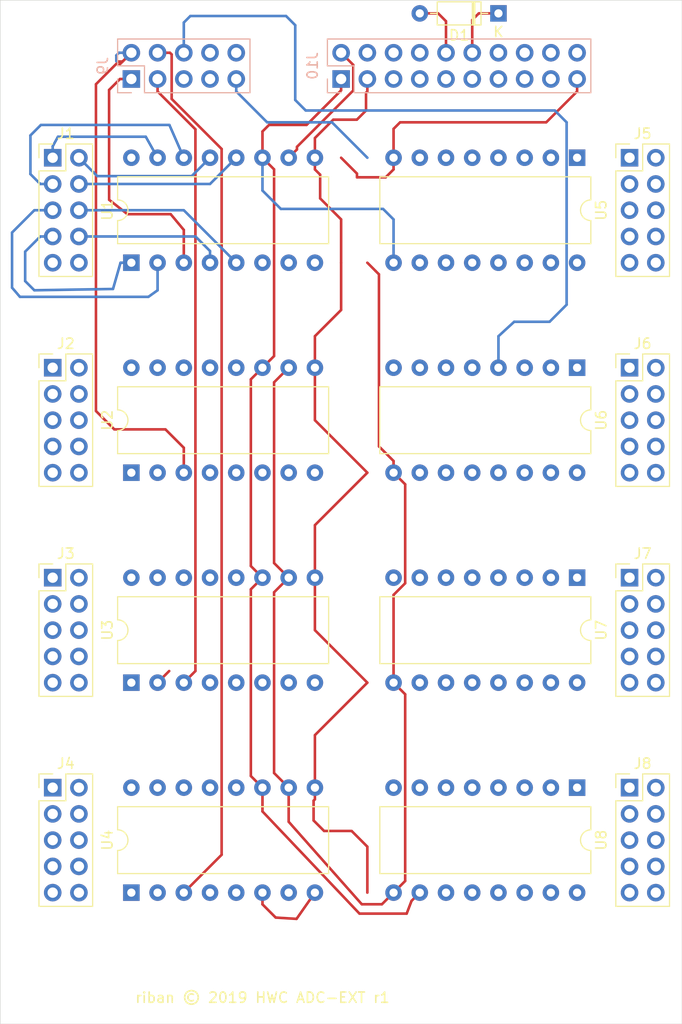
<source format=kicad_pcb>
(kicad_pcb (version 20171130) (host pcbnew "(5.1.0)-1")

  (general
    (thickness 1.6)
    (drawings 5)
    (tracks 193)
    (zones 0)
    (modules 23)
    (nets 82)
  )

  (page A4)
  (layers
    (0 F.Cu signal)
    (31 B.Cu signal)
    (32 B.Adhes user)
    (33 F.Adhes user)
    (34 B.Paste user)
    (35 F.Paste user)
    (36 B.SilkS user)
    (37 F.SilkS user)
    (38 B.Mask user)
    (39 F.Mask user)
    (40 Dwgs.User user)
    (41 Cmts.User user)
    (42 Eco1.User user)
    (43 Eco2.User user)
    (44 Edge.Cuts user)
    (45 Margin user)
    (46 B.CrtYd user)
    (47 F.CrtYd user)
    (48 B.Fab user hide)
    (49 F.Fab user hide)
  )

  (setup
    (last_trace_width 0.25)
    (trace_clearance 0.2)
    (zone_clearance 0.508)
    (zone_45_only no)
    (trace_min 0.2)
    (via_size 0.8)
    (via_drill 0.4)
    (via_min_size 0.4)
    (via_min_drill 0.3)
    (uvia_size 0.3)
    (uvia_drill 0.1)
    (uvias_allowed no)
    (uvia_min_size 0.2)
    (uvia_min_drill 0.1)
    (edge_width 0.05)
    (segment_width 0.2)
    (pcb_text_width 0.3)
    (pcb_text_size 1.5 1.5)
    (mod_edge_width 0.12)
    (mod_text_size 1 1)
    (mod_text_width 0.15)
    (pad_size 1.524 1.524)
    (pad_drill 0.762)
    (pad_to_mask_clearance 0.051)
    (solder_mask_min_width 0.25)
    (aux_axis_origin 0 0)
    (visible_elements 7FFFFFFF)
    (pcbplotparams
      (layerselection 0x010fc_ffffffff)
      (usegerberextensions false)
      (usegerberattributes false)
      (usegerberadvancedattributes false)
      (creategerberjobfile false)
      (excludeedgelayer true)
      (linewidth 0.100000)
      (plotframeref false)
      (viasonmask false)
      (mode 1)
      (useauxorigin false)
      (hpglpennumber 1)
      (hpglpenspeed 20)
      (hpglpendiameter 15.000000)
      (psnegative false)
      (psa4output false)
      (plotreference true)
      (plotvalue true)
      (plotinvisibletext false)
      (padsonsilk false)
      (subtractmaskfromsilk false)
      (outputformat 1)
      (mirror false)
      (drillshape 1)
      (scaleselection 1)
      (outputdirectory ""))
  )

  (net 0 "")
  (net 1 "Net-(D1-Pad1)")
  (net 2 "Net-(D1-Pad2)")
  (net 3 MatrixOut1)
  (net 4 MatrixOut2)
  (net 5 MatrixOut3)
  (net 6 GND)
  (net 7 +3V3)
  (net 8 ADC1)
  (net 9 ADC2)
  (net 10 ADC3)
  (net 11 ADC5)
  (net 12 ADC6)
  (net 13 ADC7)
  (net 14 ADC8)
  (net 15 GNDA)
  (net 16 +3.3VA)
  (net 17 "Net-(J1-Pad8)")
  (net 18 "Net-(J1-Pad7)")
  (net 19 "Net-(J1-Pad6)")
  (net 20 "Net-(J1-Pad2)")
  (net 21 "Net-(J1-Pad4)")
  (net 22 "Net-(J1-Pad3)")
  (net 23 "Net-(J1-Pad1)")
  (net 24 "Net-(J2-Pad1)")
  (net 25 "Net-(J2-Pad2)")
  (net 26 "Net-(J2-Pad3)")
  (net 27 "Net-(J2-Pad4)")
  (net 28 "Net-(J2-Pad5)")
  (net 29 "Net-(J2-Pad6)")
  (net 30 "Net-(J2-Pad7)")
  (net 31 "Net-(J2-Pad8)")
  (net 32 "Net-(J3-Pad1)")
  (net 33 "Net-(J3-Pad2)")
  (net 34 "Net-(J3-Pad3)")
  (net 35 "Net-(J3-Pad4)")
  (net 36 "Net-(J3-Pad5)")
  (net 37 "Net-(J3-Pad6)")
  (net 38 "Net-(J3-Pad7)")
  (net 39 "Net-(J3-Pad8)")
  (net 40 "Net-(J4-Pad8)")
  (net 41 "Net-(J4-Pad7)")
  (net 42 "Net-(J4-Pad6)")
  (net 43 "Net-(J4-Pad5)")
  (net 44 "Net-(J4-Pad4)")
  (net 45 "Net-(J4-Pad3)")
  (net 46 "Net-(J4-Pad2)")
  (net 47 "Net-(J4-Pad1)")
  (net 48 "Net-(J5-Pad8)")
  (net 49 "Net-(J5-Pad7)")
  (net 50 "Net-(J5-Pad6)")
  (net 51 "Net-(J5-Pad5)")
  (net 52 "Net-(J5-Pad4)")
  (net 53 "Net-(J5-Pad3)")
  (net 54 "Net-(J5-Pad2)")
  (net 55 "Net-(J5-Pad1)")
  (net 56 "Net-(J6-Pad1)")
  (net 57 "Net-(J6-Pad2)")
  (net 58 "Net-(J6-Pad3)")
  (net 59 "Net-(J6-Pad4)")
  (net 60 "Net-(J6-Pad5)")
  (net 61 "Net-(J6-Pad6)")
  (net 62 "Net-(J6-Pad7)")
  (net 63 "Net-(J6-Pad8)")
  (net 64 "Net-(J7-Pad1)")
  (net 65 "Net-(J7-Pad2)")
  (net 66 "Net-(J7-Pad3)")
  (net 67 "Net-(J7-Pad4)")
  (net 68 "Net-(J7-Pad5)")
  (net 69 "Net-(J7-Pad6)")
  (net 70 "Net-(J7-Pad7)")
  (net 71 "Net-(J7-Pad8)")
  (net 72 "Net-(J8-Pad8)")
  (net 73 "Net-(J8-Pad7)")
  (net 74 "Net-(J8-Pad6)")
  (net 75 "Net-(J8-Pad5)")
  (net 76 "Net-(J8-Pad4)")
  (net 77 "Net-(J8-Pad3)")
  (net 78 "Net-(J8-Pad2)")
  (net 79 "Net-(J8-Pad1)")
  (net 80 ADC4)
  (net 81 "Net-(J1-Pad5)")

  (net_class Default "This is the default net class."
    (clearance 0.2)
    (trace_width 0.25)
    (via_dia 0.8)
    (via_drill 0.4)
    (uvia_dia 0.3)
    (uvia_drill 0.1)
    (add_net +3.3VA)
    (add_net +3V3)
    (add_net ADC1)
    (add_net ADC2)
    (add_net ADC3)
    (add_net ADC4)
    (add_net ADC5)
    (add_net ADC6)
    (add_net ADC7)
    (add_net ADC8)
    (add_net GND)
    (add_net GNDA)
    (add_net MatrixOut1)
    (add_net MatrixOut2)
    (add_net MatrixOut3)
    (add_net "Net-(D1-Pad1)")
    (add_net "Net-(D1-Pad2)")
    (add_net "Net-(J1-Pad1)")
    (add_net "Net-(J1-Pad2)")
    (add_net "Net-(J1-Pad3)")
    (add_net "Net-(J1-Pad4)")
    (add_net "Net-(J1-Pad5)")
    (add_net "Net-(J1-Pad6)")
    (add_net "Net-(J1-Pad7)")
    (add_net "Net-(J1-Pad8)")
    (add_net "Net-(J2-Pad1)")
    (add_net "Net-(J2-Pad2)")
    (add_net "Net-(J2-Pad3)")
    (add_net "Net-(J2-Pad4)")
    (add_net "Net-(J2-Pad5)")
    (add_net "Net-(J2-Pad6)")
    (add_net "Net-(J2-Pad7)")
    (add_net "Net-(J2-Pad8)")
    (add_net "Net-(J3-Pad1)")
    (add_net "Net-(J3-Pad2)")
    (add_net "Net-(J3-Pad3)")
    (add_net "Net-(J3-Pad4)")
    (add_net "Net-(J3-Pad5)")
    (add_net "Net-(J3-Pad6)")
    (add_net "Net-(J3-Pad7)")
    (add_net "Net-(J3-Pad8)")
    (add_net "Net-(J4-Pad1)")
    (add_net "Net-(J4-Pad2)")
    (add_net "Net-(J4-Pad3)")
    (add_net "Net-(J4-Pad4)")
    (add_net "Net-(J4-Pad5)")
    (add_net "Net-(J4-Pad6)")
    (add_net "Net-(J4-Pad7)")
    (add_net "Net-(J4-Pad8)")
    (add_net "Net-(J5-Pad1)")
    (add_net "Net-(J5-Pad2)")
    (add_net "Net-(J5-Pad3)")
    (add_net "Net-(J5-Pad4)")
    (add_net "Net-(J5-Pad5)")
    (add_net "Net-(J5-Pad6)")
    (add_net "Net-(J5-Pad7)")
    (add_net "Net-(J5-Pad8)")
    (add_net "Net-(J6-Pad1)")
    (add_net "Net-(J6-Pad2)")
    (add_net "Net-(J6-Pad3)")
    (add_net "Net-(J6-Pad4)")
    (add_net "Net-(J6-Pad5)")
    (add_net "Net-(J6-Pad6)")
    (add_net "Net-(J6-Pad7)")
    (add_net "Net-(J6-Pad8)")
    (add_net "Net-(J7-Pad1)")
    (add_net "Net-(J7-Pad2)")
    (add_net "Net-(J7-Pad3)")
    (add_net "Net-(J7-Pad4)")
    (add_net "Net-(J7-Pad5)")
    (add_net "Net-(J7-Pad6)")
    (add_net "Net-(J7-Pad7)")
    (add_net "Net-(J7-Pad8)")
    (add_net "Net-(J8-Pad1)")
    (add_net "Net-(J8-Pad2)")
    (add_net "Net-(J8-Pad3)")
    (add_net "Net-(J8-Pad4)")
    (add_net "Net-(J8-Pad5)")
    (add_net "Net-(J8-Pad6)")
    (add_net "Net-(J8-Pad7)")
    (add_net "Net-(J8-Pad8)")
  )

  (module MountingHole:MountingHole_4.3mm_M4 (layer F.Cu) (tedit 56D1B4CB) (tstamp 5C9BEED9)
    (at 96.52 33.02)
    (descr "Mounting Hole 4.3mm, no annular, M4")
    (tags "mounting hole 4.3mm no annular m4")
    (attr virtual)
    (fp_text reference REF** (at 0 -5.3) (layer F.SilkS) hide
      (effects (font (size 1 1) (thickness 0.15)))
    )
    (fp_text value MountingHole_4.3mm_M4 (at 0 5.3) (layer F.Fab) hide
      (effects (font (size 1 1) (thickness 0.15)))
    )
    (fp_circle (center 0 0) (end 4.55 0) (layer F.CrtYd) (width 0.05))
    (fp_circle (center 0 0) (end 4.3 0) (layer Cmts.User) (width 0.15))
    (fp_text user %R (at 0.3 0) (layer F.Fab) hide
      (effects (font (size 1 1) (thickness 0.15)))
    )
    (pad 1 np_thru_hole circle (at 0 0) (size 4.3 4.3) (drill 4.3) (layers *.Cu *.Mask))
  )

  (module MountingHole:MountingHole_4.3mm_M4 (layer F.Cu) (tedit 56D1B4CB) (tstamp 5C9BEED9)
    (at 96.52 121.92)
    (descr "Mounting Hole 4.3mm, no annular, M4")
    (tags "mounting hole 4.3mm no annular m4")
    (attr virtual)
    (fp_text reference REF** (at 0 -5.3) (layer F.SilkS) hide
      (effects (font (size 1 1) (thickness 0.15)))
    )
    (fp_text value MountingHole_4.3mm_M4 (at 0 5.3) (layer F.Fab) hide
      (effects (font (size 1 1) (thickness 0.15)))
    )
    (fp_circle (center 0 0) (end 4.55 0) (layer F.CrtYd) (width 0.05))
    (fp_circle (center 0 0) (end 4.3 0) (layer Cmts.User) (width 0.15))
    (fp_text user %R (at 0.3 0) (layer F.Fab) hide
      (effects (font (size 1 1) (thickness 0.15)))
    )
    (pad 1 np_thru_hole circle (at 0 0) (size 4.3 4.3) (drill 4.3) (layers *.Cu *.Mask))
  )

  (module MountingHole:MountingHole_4.3mm_M4 (layer F.Cu) (tedit 56D1B4CB) (tstamp 5C9BEED9)
    (at 40.64 121.92)
    (descr "Mounting Hole 4.3mm, no annular, M4")
    (tags "mounting hole 4.3mm no annular m4")
    (attr virtual)
    (fp_text reference REF** (at 0 -5.3) (layer F.SilkS) hide
      (effects (font (size 1 1) (thickness 0.15)))
    )
    (fp_text value MountingHole_4.3mm_M4 (at 0 5.3) (layer F.Fab) hide
      (effects (font (size 1 1) (thickness 0.15)))
    )
    (fp_circle (center 0 0) (end 4.55 0) (layer F.CrtYd) (width 0.05))
    (fp_circle (center 0 0) (end 4.3 0) (layer Cmts.User) (width 0.15))
    (fp_text user %R (at 0.3 0) (layer F.Fab) hide
      (effects (font (size 1 1) (thickness 0.15)))
    )
    (pad 1 np_thru_hole circle (at 0 0) (size 4.3 4.3) (drill 4.3) (layers *.Cu *.Mask))
  )

  (module MountingHole:MountingHole_4.3mm_M4 (layer F.Cu) (tedit 56D1B4CB) (tstamp 5C9BEE8C)
    (at 40.64 33.02)
    (descr "Mounting Hole 4.3mm, no annular, M4")
    (tags "mounting hole 4.3mm no annular m4")
    (attr virtual)
    (fp_text reference REF** (at 0 -5.3) (layer F.SilkS) hide
      (effects (font (size 1 1) (thickness 0.15)))
    )
    (fp_text value MountingHole_4.3mm_M4 (at 0 5.3) (layer F.Fab) hide
      (effects (font (size 1 1) (thickness 0.15)))
    )
    (fp_text user %R (at 0.3 0) (layer F.Fab) hide
      (effects (font (size 1 1) (thickness 0.15)))
    )
    (fp_circle (center 0 0) (end 4.3 0) (layer Cmts.User) (width 0.15))
    (fp_circle (center 0 0) (end 4.55 0) (layer F.CrtYd) (width 0.05))
    (pad 1 np_thru_hole circle (at 0 0) (size 4.3 4.3) (drill 4.3) (layers *.Cu *.Mask))
  )

  (module Diode_THT:D_DO-35_SOD27_P7.62mm_Horizontal (layer F.Cu) (tedit 5AE50CD5) (tstamp 5C9BD84B)
    (at 83.82 29.21 180)
    (descr "Diode, DO-35_SOD27 series, Axial, Horizontal, pin pitch=7.62mm, , length*diameter=4*2mm^2, , http://www.diodes.com/_files/packages/DO-35.pdf")
    (tags "Diode DO-35_SOD27 series Axial Horizontal pin pitch 7.62mm  length 4mm diameter 2mm")
    (path /5D816E38)
    (fp_text reference D1 (at 3.81 -2.12 180) (layer F.SilkS)
      (effects (font (size 1 1) (thickness 0.15)))
    )
    (fp_text value 1N4148 (at 3.81 2.12 180) (layer F.Fab)
      (effects (font (size 1 1) (thickness 0.15)))
    )
    (fp_line (start 1.81 -1) (end 1.81 1) (layer F.Fab) (width 0.1))
    (fp_line (start 1.81 1) (end 5.81 1) (layer F.Fab) (width 0.1))
    (fp_line (start 5.81 1) (end 5.81 -1) (layer F.Fab) (width 0.1))
    (fp_line (start 5.81 -1) (end 1.81 -1) (layer F.Fab) (width 0.1))
    (fp_line (start 0 0) (end 1.81 0) (layer F.Fab) (width 0.1))
    (fp_line (start 7.62 0) (end 5.81 0) (layer F.Fab) (width 0.1))
    (fp_line (start 2.41 -1) (end 2.41 1) (layer F.Fab) (width 0.1))
    (fp_line (start 2.51 -1) (end 2.51 1) (layer F.Fab) (width 0.1))
    (fp_line (start 2.31 -1) (end 2.31 1) (layer F.Fab) (width 0.1))
    (fp_line (start 1.69 -1.12) (end 1.69 1.12) (layer F.SilkS) (width 0.12))
    (fp_line (start 1.69 1.12) (end 5.93 1.12) (layer F.SilkS) (width 0.12))
    (fp_line (start 5.93 1.12) (end 5.93 -1.12) (layer F.SilkS) (width 0.12))
    (fp_line (start 5.93 -1.12) (end 1.69 -1.12) (layer F.SilkS) (width 0.12))
    (fp_line (start 1.04 0) (end 1.69 0) (layer F.SilkS) (width 0.12))
    (fp_line (start 6.58 0) (end 5.93 0) (layer F.SilkS) (width 0.12))
    (fp_line (start 2.41 -1.12) (end 2.41 1.12) (layer F.SilkS) (width 0.12))
    (fp_line (start 2.53 -1.12) (end 2.53 1.12) (layer F.SilkS) (width 0.12))
    (fp_line (start 2.29 -1.12) (end 2.29 1.12) (layer F.SilkS) (width 0.12))
    (fp_line (start -1.05 -1.25) (end -1.05 1.25) (layer F.CrtYd) (width 0.05))
    (fp_line (start -1.05 1.25) (end 8.67 1.25) (layer F.CrtYd) (width 0.05))
    (fp_line (start 8.67 1.25) (end 8.67 -1.25) (layer F.CrtYd) (width 0.05))
    (fp_line (start 8.67 -1.25) (end -1.05 -1.25) (layer F.CrtYd) (width 0.05))
    (fp_text user %R (at 4.11 0 180) (layer F.Fab)
      (effects (font (size 0.8 0.8) (thickness 0.12)))
    )
    (fp_text user K (at 0 -1.8 180) (layer F.Fab)
      (effects (font (size 1 1) (thickness 0.15)))
    )
    (fp_text user K (at 0 -1.8 180) (layer F.SilkS)
      (effects (font (size 1 1) (thickness 0.15)))
    )
    (pad 1 thru_hole rect (at 0 0 180) (size 1.6 1.6) (drill 0.8) (layers *.Cu *.Mask)
      (net 1 "Net-(D1-Pad1)"))
    (pad 2 thru_hole oval (at 7.62 0 180) (size 1.6 1.6) (drill 0.8) (layers *.Cu *.Mask)
      (net 2 "Net-(D1-Pad2)"))
    (model ${KISYS3DMOD}/Diode_THT.3dshapes/D_DO-35_SOD27_P7.62mm_Horizontal.wrl
      (at (xyz 0 0 0))
      (scale (xyz 1 1 1))
      (rotate (xyz 0 0 0))
    )
  )

  (module Connector_PinSocket_2.54mm:PinSocket_2x10_P2.54mm_Vertical (layer B.Cu) (tedit 5A19A427) (tstamp 5C9B8A57)
    (at 68.58 35.56 270)
    (descr "Through hole straight socket strip, 2x10, 2.54mm pitch, double cols (from Kicad 4.0.7), script generated")
    (tags "Through hole socket strip THT 2x10 2.54mm double row")
    (path /5CAB8678)
    (fp_text reference J10 (at -1.27 2.77 270) (layer B.SilkS)
      (effects (font (size 1 1) (thickness 0.15)) (justify mirror))
    )
    (fp_text value EXT (at -1.27 -25.63 270) (layer B.Fab)
      (effects (font (size 1 1) (thickness 0.15)) (justify mirror))
    )
    (fp_line (start -3.81 1.27) (end 0.27 1.27) (layer B.Fab) (width 0.1))
    (fp_line (start 0.27 1.27) (end 1.27 0.27) (layer B.Fab) (width 0.1))
    (fp_line (start 1.27 0.27) (end 1.27 -24.13) (layer B.Fab) (width 0.1))
    (fp_line (start 1.27 -24.13) (end -3.81 -24.13) (layer B.Fab) (width 0.1))
    (fp_line (start -3.81 -24.13) (end -3.81 1.27) (layer B.Fab) (width 0.1))
    (fp_line (start -3.87 1.33) (end -1.27 1.33) (layer B.SilkS) (width 0.12))
    (fp_line (start -3.87 1.33) (end -3.87 -24.19) (layer B.SilkS) (width 0.12))
    (fp_line (start -3.87 -24.19) (end 1.33 -24.19) (layer B.SilkS) (width 0.12))
    (fp_line (start 1.33 -1.27) (end 1.33 -24.19) (layer B.SilkS) (width 0.12))
    (fp_line (start -1.27 -1.27) (end 1.33 -1.27) (layer B.SilkS) (width 0.12))
    (fp_line (start -1.27 1.33) (end -1.27 -1.27) (layer B.SilkS) (width 0.12))
    (fp_line (start 1.33 1.33) (end 1.33 0) (layer B.SilkS) (width 0.12))
    (fp_line (start 0 1.33) (end 1.33 1.33) (layer B.SilkS) (width 0.12))
    (fp_line (start -4.34 1.8) (end 1.76 1.8) (layer B.CrtYd) (width 0.05))
    (fp_line (start 1.76 1.8) (end 1.76 -24.6) (layer B.CrtYd) (width 0.05))
    (fp_line (start 1.76 -24.6) (end -4.34 -24.6) (layer B.CrtYd) (width 0.05))
    (fp_line (start -4.34 -24.6) (end -4.34 1.8) (layer B.CrtYd) (width 0.05))
    (fp_text user %R (at -1.27 -11.43 180) (layer B.Fab)
      (effects (font (size 1 1) (thickness 0.15)) (justify mirror))
    )
    (pad 1 thru_hole rect (at 0 0 270) (size 1.7 1.7) (drill 1) (layers *.Cu *.Mask)
      (net 3 MatrixOut1))
    (pad 2 thru_hole oval (at -2.54 0 270) (size 1.7 1.7) (drill 1) (layers *.Cu *.Mask)
      (net 4 MatrixOut2))
    (pad 3 thru_hole oval (at 0 -2.54 270) (size 1.7 1.7) (drill 1) (layers *.Cu *.Mask)
      (net 5 MatrixOut3))
    (pad 4 thru_hole oval (at -2.54 -2.54 270) (size 1.7 1.7) (drill 1) (layers *.Cu *.Mask))
    (pad 5 thru_hole oval (at 0 -5.08 270) (size 1.7 1.7) (drill 1) (layers *.Cu *.Mask))
    (pad 6 thru_hole oval (at -2.54 -5.08 270) (size 1.7 1.7) (drill 1) (layers *.Cu *.Mask))
    (pad 7 thru_hole oval (at 0 -7.62 270) (size 1.7 1.7) (drill 1) (layers *.Cu *.Mask))
    (pad 8 thru_hole oval (at -2.54 -7.62 270) (size 1.7 1.7) (drill 1) (layers *.Cu *.Mask))
    (pad 9 thru_hole oval (at 0 -10.16 270) (size 1.7 1.7) (drill 1) (layers *.Cu *.Mask))
    (pad 10 thru_hole oval (at -2.54 -10.16 270) (size 1.7 1.7) (drill 1) (layers *.Cu *.Mask)
      (net 2 "Net-(D1-Pad2)"))
    (pad 11 thru_hole oval (at 0 -12.7 270) (size 1.7 1.7) (drill 1) (layers *.Cu *.Mask))
    (pad 12 thru_hole oval (at -2.54 -12.7 270) (size 1.7 1.7) (drill 1) (layers *.Cu *.Mask)
      (net 1 "Net-(D1-Pad1)"))
    (pad 13 thru_hole oval (at 0 -15.24 270) (size 1.7 1.7) (drill 1) (layers *.Cu *.Mask))
    (pad 14 thru_hole oval (at -2.54 -15.24 270) (size 1.7 1.7) (drill 1) (layers *.Cu *.Mask))
    (pad 15 thru_hole oval (at 0 -17.78 270) (size 1.7 1.7) (drill 1) (layers *.Cu *.Mask))
    (pad 16 thru_hole oval (at -2.54 -17.78 270) (size 1.7 1.7) (drill 1) (layers *.Cu *.Mask))
    (pad 17 thru_hole oval (at 0 -20.32 270) (size 1.7 1.7) (drill 1) (layers *.Cu *.Mask))
    (pad 18 thru_hole oval (at -2.54 -20.32 270) (size 1.7 1.7) (drill 1) (layers *.Cu *.Mask))
    (pad 19 thru_hole oval (at 0 -22.86 270) (size 1.7 1.7) (drill 1) (layers *.Cu *.Mask)
      (net 6 GND))
    (pad 20 thru_hole oval (at -2.54 -22.86 270) (size 1.7 1.7) (drill 1) (layers *.Cu *.Mask)
      (net 7 +3V3))
    (model ${KISYS3DMOD}/Connector_PinSocket_2.54mm.3dshapes/PinSocket_2x10_P2.54mm_Vertical.wrl
      (at (xyz 0 0 0))
      (scale (xyz 1 1 1))
      (rotate (xyz 0 0 0))
    )
  )

  (module Connector_PinSocket_2.54mm:PinSocket_2x05_P2.54mm_Vertical (layer B.Cu) (tedit 5A19A42B) (tstamp 5C9B8A77)
    (at 48.26 35.56 270)
    (descr "Through hole straight socket strip, 2x05, 2.54mm pitch, double cols (from Kicad 4.0.7), script generated")
    (tags "Through hole socket strip THT 2x05 2.54mm double row")
    (path /5D7CBEEC)
    (fp_text reference J9 (at -1.27 2.77 270) (layer B.SilkS)
      (effects (font (size 1 1) (thickness 0.15)) (justify mirror))
    )
    (fp_text value ADC (at -1.27 -12.93 270) (layer B.Fab)
      (effects (font (size 1 1) (thickness 0.15)) (justify mirror))
    )
    (fp_line (start -3.81 1.27) (end 0.27 1.27) (layer B.Fab) (width 0.1))
    (fp_line (start 0.27 1.27) (end 1.27 0.27) (layer B.Fab) (width 0.1))
    (fp_line (start 1.27 0.27) (end 1.27 -11.43) (layer B.Fab) (width 0.1))
    (fp_line (start 1.27 -11.43) (end -3.81 -11.43) (layer B.Fab) (width 0.1))
    (fp_line (start -3.81 -11.43) (end -3.81 1.27) (layer B.Fab) (width 0.1))
    (fp_line (start -3.87 1.33) (end -1.27 1.33) (layer B.SilkS) (width 0.12))
    (fp_line (start -3.87 1.33) (end -3.87 -11.49) (layer B.SilkS) (width 0.12))
    (fp_line (start -3.87 -11.49) (end 1.33 -11.49) (layer B.SilkS) (width 0.12))
    (fp_line (start 1.33 -1.27) (end 1.33 -11.49) (layer B.SilkS) (width 0.12))
    (fp_line (start -1.27 -1.27) (end 1.33 -1.27) (layer B.SilkS) (width 0.12))
    (fp_line (start -1.27 1.33) (end -1.27 -1.27) (layer B.SilkS) (width 0.12))
    (fp_line (start 1.33 1.33) (end 1.33 0) (layer B.SilkS) (width 0.12))
    (fp_line (start 0 1.33) (end 1.33 1.33) (layer B.SilkS) (width 0.12))
    (fp_line (start -4.34 1.8) (end 1.76 1.8) (layer B.CrtYd) (width 0.05))
    (fp_line (start 1.76 1.8) (end 1.76 -11.9) (layer B.CrtYd) (width 0.05))
    (fp_line (start 1.76 -11.9) (end -4.34 -11.9) (layer B.CrtYd) (width 0.05))
    (fp_line (start -4.34 -11.9) (end -4.34 1.8) (layer B.CrtYd) (width 0.05))
    (fp_text user %R (at -1.27 -5.08 180) (layer B.Fab)
      (effects (font (size 1 1) (thickness 0.15)) (justify mirror))
    )
    (pad 1 thru_hole rect (at 0 0 270) (size 1.7 1.7) (drill 1) (layers *.Cu *.Mask)
      (net 8 ADC1))
    (pad 2 thru_hole oval (at -2.54 0 270) (size 1.7 1.7) (drill 1) (layers *.Cu *.Mask)
      (net 9 ADC2))
    (pad 3 thru_hole oval (at 0 -2.54 270) (size 1.7 1.7) (drill 1) (layers *.Cu *.Mask)
      (net 10 ADC3))
    (pad 4 thru_hole oval (at -2.54 -2.54 270) (size 1.7 1.7) (drill 1) (layers *.Cu *.Mask)
      (net 80 ADC4))
    (pad 5 thru_hole oval (at 0 -5.08 270) (size 1.7 1.7) (drill 1) (layers *.Cu *.Mask)
      (net 11 ADC5))
    (pad 6 thru_hole oval (at -2.54 -5.08 270) (size 1.7 1.7) (drill 1) (layers *.Cu *.Mask)
      (net 12 ADC6))
    (pad 7 thru_hole oval (at 0 -7.62 270) (size 1.7 1.7) (drill 1) (layers *.Cu *.Mask)
      (net 13 ADC7))
    (pad 8 thru_hole oval (at -2.54 -7.62 270) (size 1.7 1.7) (drill 1) (layers *.Cu *.Mask)
      (net 14 ADC8))
    (pad 9 thru_hole oval (at 0 -10.16 270) (size 1.7 1.7) (drill 1) (layers *.Cu *.Mask)
      (net 15 GNDA))
    (pad 10 thru_hole oval (at -2.54 -10.16 270) (size 1.7 1.7) (drill 1) (layers *.Cu *.Mask)
      (net 7 +3V3))
    (model ${KISYS3DMOD}/Connector_PinSocket_2.54mm.3dshapes/PinSocket_2x05_P2.54mm_Vertical.wrl
      (at (xyz 0 0 0))
      (scale (xyz 1 1 1))
      (rotate (xyz 0 0 0))
    )
  )

  (module Connector_PinHeader_2.54mm:PinHeader_2x05_P2.54mm_Vertical (layer F.Cu) (tedit 59FED5CC) (tstamp 5C9B9750)
    (at 40.64 43.18)
    (descr "Through hole straight pin header, 2x05, 2.54mm pitch, double rows")
    (tags "Through hole pin header THT 2x05 2.54mm double row")
    (path /5CA140E2)
    (fp_text reference J1 (at 1.27 -2.33) (layer F.SilkS)
      (effects (font (size 1 1) (thickness 0.15)))
    )
    (fp_text value "ADC 1-8" (at 1.27 12.49) (layer F.Fab)
      (effects (font (size 1 1) (thickness 0.15)))
    )
    (fp_text user %R (at 1.27 5.08 90) (layer F.Fab)
      (effects (font (size 1 1) (thickness 0.15)))
    )
    (fp_line (start 4.35 -1.8) (end -1.8 -1.8) (layer F.CrtYd) (width 0.05))
    (fp_line (start 4.35 11.95) (end 4.35 -1.8) (layer F.CrtYd) (width 0.05))
    (fp_line (start -1.8 11.95) (end 4.35 11.95) (layer F.CrtYd) (width 0.05))
    (fp_line (start -1.8 -1.8) (end -1.8 11.95) (layer F.CrtYd) (width 0.05))
    (fp_line (start -1.33 -1.33) (end 0 -1.33) (layer F.SilkS) (width 0.12))
    (fp_line (start -1.33 0) (end -1.33 -1.33) (layer F.SilkS) (width 0.12))
    (fp_line (start 1.27 -1.33) (end 3.87 -1.33) (layer F.SilkS) (width 0.12))
    (fp_line (start 1.27 1.27) (end 1.27 -1.33) (layer F.SilkS) (width 0.12))
    (fp_line (start -1.33 1.27) (end 1.27 1.27) (layer F.SilkS) (width 0.12))
    (fp_line (start 3.87 -1.33) (end 3.87 11.49) (layer F.SilkS) (width 0.12))
    (fp_line (start -1.33 1.27) (end -1.33 11.49) (layer F.SilkS) (width 0.12))
    (fp_line (start -1.33 11.49) (end 3.87 11.49) (layer F.SilkS) (width 0.12))
    (fp_line (start -1.27 0) (end 0 -1.27) (layer F.Fab) (width 0.1))
    (fp_line (start -1.27 11.43) (end -1.27 0) (layer F.Fab) (width 0.1))
    (fp_line (start 3.81 11.43) (end -1.27 11.43) (layer F.Fab) (width 0.1))
    (fp_line (start 3.81 -1.27) (end 3.81 11.43) (layer F.Fab) (width 0.1))
    (fp_line (start 0 -1.27) (end 3.81 -1.27) (layer F.Fab) (width 0.1))
    (pad 10 thru_hole oval (at 2.54 10.16) (size 1.7 1.7) (drill 1) (layers *.Cu *.Mask)
      (net 15 GNDA))
    (pad 9 thru_hole oval (at 0 10.16) (size 1.7 1.7) (drill 1) (layers *.Cu *.Mask)
      (net 16 +3.3VA))
    (pad 8 thru_hole oval (at 2.54 7.62) (size 1.7 1.7) (drill 1) (layers *.Cu *.Mask)
      (net 17 "Net-(J1-Pad8)"))
    (pad 7 thru_hole oval (at 0 7.62) (size 1.7 1.7) (drill 1) (layers *.Cu *.Mask)
      (net 18 "Net-(J1-Pad7)"))
    (pad 6 thru_hole oval (at 2.54 5.08) (size 1.7 1.7) (drill 1) (layers *.Cu *.Mask)
      (net 19 "Net-(J1-Pad6)"))
    (pad 5 thru_hole oval (at 0 5.08) (size 1.7 1.7) (drill 1) (layers *.Cu *.Mask)
      (net 81 "Net-(J1-Pad5)"))
    (pad 4 thru_hole oval (at 2.54 2.54) (size 1.7 1.7) (drill 1) (layers *.Cu *.Mask)
      (net 21 "Net-(J1-Pad4)"))
    (pad 3 thru_hole oval (at 0 2.54) (size 1.7 1.7) (drill 1) (layers *.Cu *.Mask)
      (net 22 "Net-(J1-Pad3)"))
    (pad 2 thru_hole oval (at 2.54 0) (size 1.7 1.7) (drill 1) (layers *.Cu *.Mask)
      (net 20 "Net-(J1-Pad2)"))
    (pad 1 thru_hole rect (at 0 0) (size 1.7 1.7) (drill 1) (layers *.Cu *.Mask)
      (net 23 "Net-(J1-Pad1)"))
    (model ${KISYS3DMOD}/Connector_PinHeader_2.54mm.3dshapes/PinHeader_2x05_P2.54mm_Vertical.wrl
      (at (xyz 0 0 0))
      (scale (xyz 1 1 1))
      (rotate (xyz 0 0 0))
    )
  )

  (module Connector_PinHeader_2.54mm:PinHeader_2x05_P2.54mm_Vertical (layer F.Cu) (tedit 59FED5CC) (tstamp 5C9B927F)
    (at 40.64 63.5)
    (descr "Through hole straight pin header, 2x05, 2.54mm pitch, double rows")
    (tags "Through hole pin header THT 2x05 2.54mm double row")
    (path /5C9C57D1)
    (fp_text reference J2 (at 1.27 -2.33) (layer F.SilkS)
      (effects (font (size 1 1) (thickness 0.15)))
    )
    (fp_text value "ADC 9-16" (at 1.27 12.49) (layer F.Fab)
      (effects (font (size 1 1) (thickness 0.15)))
    )
    (fp_line (start 0 -1.27) (end 3.81 -1.27) (layer F.Fab) (width 0.1))
    (fp_line (start 3.81 -1.27) (end 3.81 11.43) (layer F.Fab) (width 0.1))
    (fp_line (start 3.81 11.43) (end -1.27 11.43) (layer F.Fab) (width 0.1))
    (fp_line (start -1.27 11.43) (end -1.27 0) (layer F.Fab) (width 0.1))
    (fp_line (start -1.27 0) (end 0 -1.27) (layer F.Fab) (width 0.1))
    (fp_line (start -1.33 11.49) (end 3.87 11.49) (layer F.SilkS) (width 0.12))
    (fp_line (start -1.33 1.27) (end -1.33 11.49) (layer F.SilkS) (width 0.12))
    (fp_line (start 3.87 -1.33) (end 3.87 11.49) (layer F.SilkS) (width 0.12))
    (fp_line (start -1.33 1.27) (end 1.27 1.27) (layer F.SilkS) (width 0.12))
    (fp_line (start 1.27 1.27) (end 1.27 -1.33) (layer F.SilkS) (width 0.12))
    (fp_line (start 1.27 -1.33) (end 3.87 -1.33) (layer F.SilkS) (width 0.12))
    (fp_line (start -1.33 0) (end -1.33 -1.33) (layer F.SilkS) (width 0.12))
    (fp_line (start -1.33 -1.33) (end 0 -1.33) (layer F.SilkS) (width 0.12))
    (fp_line (start -1.8 -1.8) (end -1.8 11.95) (layer F.CrtYd) (width 0.05))
    (fp_line (start -1.8 11.95) (end 4.35 11.95) (layer F.CrtYd) (width 0.05))
    (fp_line (start 4.35 11.95) (end 4.35 -1.8) (layer F.CrtYd) (width 0.05))
    (fp_line (start 4.35 -1.8) (end -1.8 -1.8) (layer F.CrtYd) (width 0.05))
    (fp_text user %R (at 1.27 5.08 90) (layer F.Fab)
      (effects (font (size 1 1) (thickness 0.15)))
    )
    (pad 1 thru_hole rect (at 0 0) (size 1.7 1.7) (drill 1) (layers *.Cu *.Mask)
      (net 24 "Net-(J2-Pad1)"))
    (pad 2 thru_hole oval (at 2.54 0) (size 1.7 1.7) (drill 1) (layers *.Cu *.Mask)
      (net 25 "Net-(J2-Pad2)"))
    (pad 3 thru_hole oval (at 0 2.54) (size 1.7 1.7) (drill 1) (layers *.Cu *.Mask)
      (net 26 "Net-(J2-Pad3)"))
    (pad 4 thru_hole oval (at 2.54 2.54) (size 1.7 1.7) (drill 1) (layers *.Cu *.Mask)
      (net 27 "Net-(J2-Pad4)"))
    (pad 5 thru_hole oval (at 0 5.08) (size 1.7 1.7) (drill 1) (layers *.Cu *.Mask)
      (net 28 "Net-(J2-Pad5)"))
    (pad 6 thru_hole oval (at 2.54 5.08) (size 1.7 1.7) (drill 1) (layers *.Cu *.Mask)
      (net 29 "Net-(J2-Pad6)"))
    (pad 7 thru_hole oval (at 0 7.62) (size 1.7 1.7) (drill 1) (layers *.Cu *.Mask)
      (net 30 "Net-(J2-Pad7)"))
    (pad 8 thru_hole oval (at 2.54 7.62) (size 1.7 1.7) (drill 1) (layers *.Cu *.Mask)
      (net 31 "Net-(J2-Pad8)"))
    (pad 9 thru_hole oval (at 0 10.16) (size 1.7 1.7) (drill 1) (layers *.Cu *.Mask)
      (net 16 +3.3VA))
    (pad 10 thru_hole oval (at 2.54 10.16) (size 1.7 1.7) (drill 1) (layers *.Cu *.Mask)
      (net 15 GNDA))
    (model ${KISYS3DMOD}/Connector_PinHeader_2.54mm.3dshapes/PinHeader_2x05_P2.54mm_Vertical.wrl
      (at (xyz 0 0 0))
      (scale (xyz 1 1 1))
      (rotate (xyz 0 0 0))
    )
  )

  (module Connector_PinHeader_2.54mm:PinHeader_2x05_P2.54mm_Vertical (layer F.Cu) (tedit 59FED5CC) (tstamp 5C9B8AD7)
    (at 40.64 83.82)
    (descr "Through hole straight pin header, 2x05, 2.54mm pitch, double rows")
    (tags "Through hole pin header THT 2x05 2.54mm double row")
    (path /5C9FD32D)
    (fp_text reference J3 (at 1.27 -2.33) (layer F.SilkS)
      (effects (font (size 1 1) (thickness 0.15)))
    )
    (fp_text value "ADC 17-24" (at 1.27 12.49) (layer F.Fab)
      (effects (font (size 1 1) (thickness 0.15)))
    )
    (fp_line (start 0 -1.27) (end 3.81 -1.27) (layer F.Fab) (width 0.1))
    (fp_line (start 3.81 -1.27) (end 3.81 11.43) (layer F.Fab) (width 0.1))
    (fp_line (start 3.81 11.43) (end -1.27 11.43) (layer F.Fab) (width 0.1))
    (fp_line (start -1.27 11.43) (end -1.27 0) (layer F.Fab) (width 0.1))
    (fp_line (start -1.27 0) (end 0 -1.27) (layer F.Fab) (width 0.1))
    (fp_line (start -1.33 11.49) (end 3.87 11.49) (layer F.SilkS) (width 0.12))
    (fp_line (start -1.33 1.27) (end -1.33 11.49) (layer F.SilkS) (width 0.12))
    (fp_line (start 3.87 -1.33) (end 3.87 11.49) (layer F.SilkS) (width 0.12))
    (fp_line (start -1.33 1.27) (end 1.27 1.27) (layer F.SilkS) (width 0.12))
    (fp_line (start 1.27 1.27) (end 1.27 -1.33) (layer F.SilkS) (width 0.12))
    (fp_line (start 1.27 -1.33) (end 3.87 -1.33) (layer F.SilkS) (width 0.12))
    (fp_line (start -1.33 0) (end -1.33 -1.33) (layer F.SilkS) (width 0.12))
    (fp_line (start -1.33 -1.33) (end 0 -1.33) (layer F.SilkS) (width 0.12))
    (fp_line (start -1.8 -1.8) (end -1.8 11.95) (layer F.CrtYd) (width 0.05))
    (fp_line (start -1.8 11.95) (end 4.35 11.95) (layer F.CrtYd) (width 0.05))
    (fp_line (start 4.35 11.95) (end 4.35 -1.8) (layer F.CrtYd) (width 0.05))
    (fp_line (start 4.35 -1.8) (end -1.8 -1.8) (layer F.CrtYd) (width 0.05))
    (fp_text user %R (at 1.27 5.08 90) (layer F.Fab)
      (effects (font (size 1 1) (thickness 0.15)))
    )
    (pad 1 thru_hole rect (at 0 0) (size 1.7 1.7) (drill 1) (layers *.Cu *.Mask)
      (net 32 "Net-(J3-Pad1)"))
    (pad 2 thru_hole oval (at 2.54 0) (size 1.7 1.7) (drill 1) (layers *.Cu *.Mask)
      (net 33 "Net-(J3-Pad2)"))
    (pad 3 thru_hole oval (at 0 2.54) (size 1.7 1.7) (drill 1) (layers *.Cu *.Mask)
      (net 34 "Net-(J3-Pad3)"))
    (pad 4 thru_hole oval (at 2.54 2.54) (size 1.7 1.7) (drill 1) (layers *.Cu *.Mask)
      (net 35 "Net-(J3-Pad4)"))
    (pad 5 thru_hole oval (at 0 5.08) (size 1.7 1.7) (drill 1) (layers *.Cu *.Mask)
      (net 36 "Net-(J3-Pad5)"))
    (pad 6 thru_hole oval (at 2.54 5.08) (size 1.7 1.7) (drill 1) (layers *.Cu *.Mask)
      (net 37 "Net-(J3-Pad6)"))
    (pad 7 thru_hole oval (at 0 7.62) (size 1.7 1.7) (drill 1) (layers *.Cu *.Mask)
      (net 38 "Net-(J3-Pad7)"))
    (pad 8 thru_hole oval (at 2.54 7.62) (size 1.7 1.7) (drill 1) (layers *.Cu *.Mask)
      (net 39 "Net-(J3-Pad8)"))
    (pad 9 thru_hole oval (at 0 10.16) (size 1.7 1.7) (drill 1) (layers *.Cu *.Mask)
      (net 16 +3.3VA))
    (pad 10 thru_hole oval (at 2.54 10.16) (size 1.7 1.7) (drill 1) (layers *.Cu *.Mask)
      (net 15 GNDA))
    (model ${KISYS3DMOD}/Connector_PinHeader_2.54mm.3dshapes/PinHeader_2x05_P2.54mm_Vertical.wrl
      (at (xyz 0 0 0))
      (scale (xyz 1 1 1))
      (rotate (xyz 0 0 0))
    )
  )

  (module Connector_PinHeader_2.54mm:PinHeader_2x05_P2.54mm_Vertical (layer F.Cu) (tedit 59FED5CC) (tstamp 5C9B8AF7)
    (at 40.64 104.14)
    (descr "Through hole straight pin header, 2x05, 2.54mm pitch, double rows")
    (tags "Through hole pin header THT 2x05 2.54mm double row")
    (path /5C9FD385)
    (fp_text reference J4 (at 1.27 -2.33) (layer F.SilkS)
      (effects (font (size 1 1) (thickness 0.15)))
    )
    (fp_text value "ADC 25-32" (at 1.27 12.49) (layer F.Fab)
      (effects (font (size 1 1) (thickness 0.15)))
    )
    (fp_text user %R (at 1.27 5.08 90) (layer F.Fab)
      (effects (font (size 1 1) (thickness 0.15)))
    )
    (fp_line (start 4.35 -1.8) (end -1.8 -1.8) (layer F.CrtYd) (width 0.05))
    (fp_line (start 4.35 11.95) (end 4.35 -1.8) (layer F.CrtYd) (width 0.05))
    (fp_line (start -1.8 11.95) (end 4.35 11.95) (layer F.CrtYd) (width 0.05))
    (fp_line (start -1.8 -1.8) (end -1.8 11.95) (layer F.CrtYd) (width 0.05))
    (fp_line (start -1.33 -1.33) (end 0 -1.33) (layer F.SilkS) (width 0.12))
    (fp_line (start -1.33 0) (end -1.33 -1.33) (layer F.SilkS) (width 0.12))
    (fp_line (start 1.27 -1.33) (end 3.87 -1.33) (layer F.SilkS) (width 0.12))
    (fp_line (start 1.27 1.27) (end 1.27 -1.33) (layer F.SilkS) (width 0.12))
    (fp_line (start -1.33 1.27) (end 1.27 1.27) (layer F.SilkS) (width 0.12))
    (fp_line (start 3.87 -1.33) (end 3.87 11.49) (layer F.SilkS) (width 0.12))
    (fp_line (start -1.33 1.27) (end -1.33 11.49) (layer F.SilkS) (width 0.12))
    (fp_line (start -1.33 11.49) (end 3.87 11.49) (layer F.SilkS) (width 0.12))
    (fp_line (start -1.27 0) (end 0 -1.27) (layer F.Fab) (width 0.1))
    (fp_line (start -1.27 11.43) (end -1.27 0) (layer F.Fab) (width 0.1))
    (fp_line (start 3.81 11.43) (end -1.27 11.43) (layer F.Fab) (width 0.1))
    (fp_line (start 3.81 -1.27) (end 3.81 11.43) (layer F.Fab) (width 0.1))
    (fp_line (start 0 -1.27) (end 3.81 -1.27) (layer F.Fab) (width 0.1))
    (pad 10 thru_hole oval (at 2.54 10.16) (size 1.7 1.7) (drill 1) (layers *.Cu *.Mask)
      (net 15 GNDA))
    (pad 9 thru_hole oval (at 0 10.16) (size 1.7 1.7) (drill 1) (layers *.Cu *.Mask)
      (net 16 +3.3VA))
    (pad 8 thru_hole oval (at 2.54 7.62) (size 1.7 1.7) (drill 1) (layers *.Cu *.Mask)
      (net 40 "Net-(J4-Pad8)"))
    (pad 7 thru_hole oval (at 0 7.62) (size 1.7 1.7) (drill 1) (layers *.Cu *.Mask)
      (net 41 "Net-(J4-Pad7)"))
    (pad 6 thru_hole oval (at 2.54 5.08) (size 1.7 1.7) (drill 1) (layers *.Cu *.Mask)
      (net 42 "Net-(J4-Pad6)"))
    (pad 5 thru_hole oval (at 0 5.08) (size 1.7 1.7) (drill 1) (layers *.Cu *.Mask)
      (net 43 "Net-(J4-Pad5)"))
    (pad 4 thru_hole oval (at 2.54 2.54) (size 1.7 1.7) (drill 1) (layers *.Cu *.Mask)
      (net 44 "Net-(J4-Pad4)"))
    (pad 3 thru_hole oval (at 0 2.54) (size 1.7 1.7) (drill 1) (layers *.Cu *.Mask)
      (net 45 "Net-(J4-Pad3)"))
    (pad 2 thru_hole oval (at 2.54 0) (size 1.7 1.7) (drill 1) (layers *.Cu *.Mask)
      (net 46 "Net-(J4-Pad2)"))
    (pad 1 thru_hole rect (at 0 0) (size 1.7 1.7) (drill 1) (layers *.Cu *.Mask)
      (net 47 "Net-(J4-Pad1)"))
    (model ${KISYS3DMOD}/Connector_PinHeader_2.54mm.3dshapes/PinHeader_2x05_P2.54mm_Vertical.wrl
      (at (xyz 0 0 0))
      (scale (xyz 1 1 1))
      (rotate (xyz 0 0 0))
    )
  )

  (module Connector_PinHeader_2.54mm:PinHeader_2x05_P2.54mm_Vertical (layer F.Cu) (tedit 59FED5CC) (tstamp 5C9BD256)
    (at 96.52 43.18)
    (descr "Through hole straight pin header, 2x05, 2.54mm pitch, double rows")
    (tags "Through hole pin header THT 2x05 2.54mm double row")
    (path /5C9DF179)
    (fp_text reference J5 (at 1.27 -2.33) (layer F.SilkS)
      (effects (font (size 1 1) (thickness 0.15)))
    )
    (fp_text value "ADC 33-40" (at 1.27 12.49) (layer F.Fab)
      (effects (font (size 1 1) (thickness 0.15)))
    )
    (fp_text user %R (at 1.27 5.08 90) (layer F.Fab)
      (effects (font (size 1 1) (thickness 0.15)))
    )
    (fp_line (start 4.35 -1.8) (end -1.8 -1.8) (layer F.CrtYd) (width 0.05))
    (fp_line (start 4.35 11.95) (end 4.35 -1.8) (layer F.CrtYd) (width 0.05))
    (fp_line (start -1.8 11.95) (end 4.35 11.95) (layer F.CrtYd) (width 0.05))
    (fp_line (start -1.8 -1.8) (end -1.8 11.95) (layer F.CrtYd) (width 0.05))
    (fp_line (start -1.33 -1.33) (end 0 -1.33) (layer F.SilkS) (width 0.12))
    (fp_line (start -1.33 0) (end -1.33 -1.33) (layer F.SilkS) (width 0.12))
    (fp_line (start 1.27 -1.33) (end 3.87 -1.33) (layer F.SilkS) (width 0.12))
    (fp_line (start 1.27 1.27) (end 1.27 -1.33) (layer F.SilkS) (width 0.12))
    (fp_line (start -1.33 1.27) (end 1.27 1.27) (layer F.SilkS) (width 0.12))
    (fp_line (start 3.87 -1.33) (end 3.87 11.49) (layer F.SilkS) (width 0.12))
    (fp_line (start -1.33 1.27) (end -1.33 11.49) (layer F.SilkS) (width 0.12))
    (fp_line (start -1.33 11.49) (end 3.87 11.49) (layer F.SilkS) (width 0.12))
    (fp_line (start -1.27 0) (end 0 -1.27) (layer F.Fab) (width 0.1))
    (fp_line (start -1.27 11.43) (end -1.27 0) (layer F.Fab) (width 0.1))
    (fp_line (start 3.81 11.43) (end -1.27 11.43) (layer F.Fab) (width 0.1))
    (fp_line (start 3.81 -1.27) (end 3.81 11.43) (layer F.Fab) (width 0.1))
    (fp_line (start 0 -1.27) (end 3.81 -1.27) (layer F.Fab) (width 0.1))
    (pad 10 thru_hole oval (at 2.54 10.16) (size 1.7 1.7) (drill 1) (layers *.Cu *.Mask)
      (net 15 GNDA))
    (pad 9 thru_hole oval (at 0 10.16) (size 1.7 1.7) (drill 1) (layers *.Cu *.Mask)
      (net 16 +3.3VA))
    (pad 8 thru_hole oval (at 2.54 7.62) (size 1.7 1.7) (drill 1) (layers *.Cu *.Mask)
      (net 48 "Net-(J5-Pad8)"))
    (pad 7 thru_hole oval (at 0 7.62) (size 1.7 1.7) (drill 1) (layers *.Cu *.Mask)
      (net 49 "Net-(J5-Pad7)"))
    (pad 6 thru_hole oval (at 2.54 5.08) (size 1.7 1.7) (drill 1) (layers *.Cu *.Mask)
      (net 50 "Net-(J5-Pad6)"))
    (pad 5 thru_hole oval (at 0 5.08) (size 1.7 1.7) (drill 1) (layers *.Cu *.Mask)
      (net 51 "Net-(J5-Pad5)"))
    (pad 4 thru_hole oval (at 2.54 2.54) (size 1.7 1.7) (drill 1) (layers *.Cu *.Mask)
      (net 52 "Net-(J5-Pad4)"))
    (pad 3 thru_hole oval (at 0 2.54) (size 1.7 1.7) (drill 1) (layers *.Cu *.Mask)
      (net 53 "Net-(J5-Pad3)"))
    (pad 2 thru_hole oval (at 2.54 0) (size 1.7 1.7) (drill 1) (layers *.Cu *.Mask)
      (net 54 "Net-(J5-Pad2)"))
    (pad 1 thru_hole rect (at 0 0) (size 1.7 1.7) (drill 1) (layers *.Cu *.Mask)
      (net 55 "Net-(J5-Pad1)"))
    (model ${KISYS3DMOD}/Connector_PinHeader_2.54mm.3dshapes/PinHeader_2x05_P2.54mm_Vertical.wrl
      (at (xyz 0 0 0))
      (scale (xyz 1 1 1))
      (rotate (xyz 0 0 0))
    )
  )

  (module Connector_PinHeader_2.54mm:PinHeader_2x05_P2.54mm_Vertical (layer F.Cu) (tedit 59FED5CC) (tstamp 5C9BD1F9)
    (at 96.52 63.5)
    (descr "Through hole straight pin header, 2x05, 2.54mm pitch, double rows")
    (tags "Through hole pin header THT 2x05 2.54mm double row")
    (path /5C9DF1D1)
    (fp_text reference J6 (at 1.27 -2.33) (layer F.SilkS)
      (effects (font (size 1 1) (thickness 0.15)))
    )
    (fp_text value "ADC 41-48" (at 1.27 12.49) (layer F.Fab)
      (effects (font (size 1 1) (thickness 0.15)))
    )
    (fp_line (start 0 -1.27) (end 3.81 -1.27) (layer F.Fab) (width 0.1))
    (fp_line (start 3.81 -1.27) (end 3.81 11.43) (layer F.Fab) (width 0.1))
    (fp_line (start 3.81 11.43) (end -1.27 11.43) (layer F.Fab) (width 0.1))
    (fp_line (start -1.27 11.43) (end -1.27 0) (layer F.Fab) (width 0.1))
    (fp_line (start -1.27 0) (end 0 -1.27) (layer F.Fab) (width 0.1))
    (fp_line (start -1.33 11.49) (end 3.87 11.49) (layer F.SilkS) (width 0.12))
    (fp_line (start -1.33 1.27) (end -1.33 11.49) (layer F.SilkS) (width 0.12))
    (fp_line (start 3.87 -1.33) (end 3.87 11.49) (layer F.SilkS) (width 0.12))
    (fp_line (start -1.33 1.27) (end 1.27 1.27) (layer F.SilkS) (width 0.12))
    (fp_line (start 1.27 1.27) (end 1.27 -1.33) (layer F.SilkS) (width 0.12))
    (fp_line (start 1.27 -1.33) (end 3.87 -1.33) (layer F.SilkS) (width 0.12))
    (fp_line (start -1.33 0) (end -1.33 -1.33) (layer F.SilkS) (width 0.12))
    (fp_line (start -1.33 -1.33) (end 0 -1.33) (layer F.SilkS) (width 0.12))
    (fp_line (start -1.8 -1.8) (end -1.8 11.95) (layer F.CrtYd) (width 0.05))
    (fp_line (start -1.8 11.95) (end 4.35 11.95) (layer F.CrtYd) (width 0.05))
    (fp_line (start 4.35 11.95) (end 4.35 -1.8) (layer F.CrtYd) (width 0.05))
    (fp_line (start 4.35 -1.8) (end -1.8 -1.8) (layer F.CrtYd) (width 0.05))
    (fp_text user %R (at 1.27 5.08 90) (layer F.Fab)
      (effects (font (size 1 1) (thickness 0.15)))
    )
    (pad 1 thru_hole rect (at 0 0) (size 1.7 1.7) (drill 1) (layers *.Cu *.Mask)
      (net 56 "Net-(J6-Pad1)"))
    (pad 2 thru_hole oval (at 2.54 0) (size 1.7 1.7) (drill 1) (layers *.Cu *.Mask)
      (net 57 "Net-(J6-Pad2)"))
    (pad 3 thru_hole oval (at 0 2.54) (size 1.7 1.7) (drill 1) (layers *.Cu *.Mask)
      (net 58 "Net-(J6-Pad3)"))
    (pad 4 thru_hole oval (at 2.54 2.54) (size 1.7 1.7) (drill 1) (layers *.Cu *.Mask)
      (net 59 "Net-(J6-Pad4)"))
    (pad 5 thru_hole oval (at 0 5.08) (size 1.7 1.7) (drill 1) (layers *.Cu *.Mask)
      (net 60 "Net-(J6-Pad5)"))
    (pad 6 thru_hole oval (at 2.54 5.08) (size 1.7 1.7) (drill 1) (layers *.Cu *.Mask)
      (net 61 "Net-(J6-Pad6)"))
    (pad 7 thru_hole oval (at 0 7.62) (size 1.7 1.7) (drill 1) (layers *.Cu *.Mask)
      (net 62 "Net-(J6-Pad7)"))
    (pad 8 thru_hole oval (at 2.54 7.62) (size 1.7 1.7) (drill 1) (layers *.Cu *.Mask)
      (net 63 "Net-(J6-Pad8)"))
    (pad 9 thru_hole oval (at 0 10.16) (size 1.7 1.7) (drill 1) (layers *.Cu *.Mask)
      (net 16 +3.3VA))
    (pad 10 thru_hole oval (at 2.54 10.16) (size 1.7 1.7) (drill 1) (layers *.Cu *.Mask)
      (net 15 GNDA))
    (model ${KISYS3DMOD}/Connector_PinHeader_2.54mm.3dshapes/PinHeader_2x05_P2.54mm_Vertical.wrl
      (at (xyz 0 0 0))
      (scale (xyz 1 1 1))
      (rotate (xyz 0 0 0))
    )
  )

  (module Connector_PinHeader_2.54mm:PinHeader_2x05_P2.54mm_Vertical (layer F.Cu) (tedit 59FED5CC) (tstamp 5C9BD19C)
    (at 96.52 83.82)
    (descr "Through hole straight pin header, 2x05, 2.54mm pitch, double rows")
    (tags "Through hole pin header THT 2x05 2.54mm double row")
    (path /5C9FD3DD)
    (fp_text reference J7 (at 1.27 -2.33) (layer F.SilkS)
      (effects (font (size 1 1) (thickness 0.15)))
    )
    (fp_text value "ADC 49-56" (at 1.27 12.49) (layer F.Fab)
      (effects (font (size 1 1) (thickness 0.15)))
    )
    (fp_line (start 0 -1.27) (end 3.81 -1.27) (layer F.Fab) (width 0.1))
    (fp_line (start 3.81 -1.27) (end 3.81 11.43) (layer F.Fab) (width 0.1))
    (fp_line (start 3.81 11.43) (end -1.27 11.43) (layer F.Fab) (width 0.1))
    (fp_line (start -1.27 11.43) (end -1.27 0) (layer F.Fab) (width 0.1))
    (fp_line (start -1.27 0) (end 0 -1.27) (layer F.Fab) (width 0.1))
    (fp_line (start -1.33 11.49) (end 3.87 11.49) (layer F.SilkS) (width 0.12))
    (fp_line (start -1.33 1.27) (end -1.33 11.49) (layer F.SilkS) (width 0.12))
    (fp_line (start 3.87 -1.33) (end 3.87 11.49) (layer F.SilkS) (width 0.12))
    (fp_line (start -1.33 1.27) (end 1.27 1.27) (layer F.SilkS) (width 0.12))
    (fp_line (start 1.27 1.27) (end 1.27 -1.33) (layer F.SilkS) (width 0.12))
    (fp_line (start 1.27 -1.33) (end 3.87 -1.33) (layer F.SilkS) (width 0.12))
    (fp_line (start -1.33 0) (end -1.33 -1.33) (layer F.SilkS) (width 0.12))
    (fp_line (start -1.33 -1.33) (end 0 -1.33) (layer F.SilkS) (width 0.12))
    (fp_line (start -1.8 -1.8) (end -1.8 11.95) (layer F.CrtYd) (width 0.05))
    (fp_line (start -1.8 11.95) (end 4.35 11.95) (layer F.CrtYd) (width 0.05))
    (fp_line (start 4.35 11.95) (end 4.35 -1.8) (layer F.CrtYd) (width 0.05))
    (fp_line (start 4.35 -1.8) (end -1.8 -1.8) (layer F.CrtYd) (width 0.05))
    (fp_text user %R (at 1.27 5.08 90) (layer F.Fab)
      (effects (font (size 1 1) (thickness 0.15)))
    )
    (pad 1 thru_hole rect (at 0 0) (size 1.7 1.7) (drill 1) (layers *.Cu *.Mask)
      (net 64 "Net-(J7-Pad1)"))
    (pad 2 thru_hole oval (at 2.54 0) (size 1.7 1.7) (drill 1) (layers *.Cu *.Mask)
      (net 65 "Net-(J7-Pad2)"))
    (pad 3 thru_hole oval (at 0 2.54) (size 1.7 1.7) (drill 1) (layers *.Cu *.Mask)
      (net 66 "Net-(J7-Pad3)"))
    (pad 4 thru_hole oval (at 2.54 2.54) (size 1.7 1.7) (drill 1) (layers *.Cu *.Mask)
      (net 67 "Net-(J7-Pad4)"))
    (pad 5 thru_hole oval (at 0 5.08) (size 1.7 1.7) (drill 1) (layers *.Cu *.Mask)
      (net 68 "Net-(J7-Pad5)"))
    (pad 6 thru_hole oval (at 2.54 5.08) (size 1.7 1.7) (drill 1) (layers *.Cu *.Mask)
      (net 69 "Net-(J7-Pad6)"))
    (pad 7 thru_hole oval (at 0 7.62) (size 1.7 1.7) (drill 1) (layers *.Cu *.Mask)
      (net 70 "Net-(J7-Pad7)"))
    (pad 8 thru_hole oval (at 2.54 7.62) (size 1.7 1.7) (drill 1) (layers *.Cu *.Mask)
      (net 71 "Net-(J7-Pad8)"))
    (pad 9 thru_hole oval (at 0 10.16) (size 1.7 1.7) (drill 1) (layers *.Cu *.Mask)
      (net 16 +3.3VA))
    (pad 10 thru_hole oval (at 2.54 10.16) (size 1.7 1.7) (drill 1) (layers *.Cu *.Mask)
      (net 15 GNDA))
    (model ${KISYS3DMOD}/Connector_PinHeader_2.54mm.3dshapes/PinHeader_2x05_P2.54mm_Vertical.wrl
      (at (xyz 0 0 0))
      (scale (xyz 1 1 1))
      (rotate (xyz 0 0 0))
    )
  )

  (module Connector_PinHeader_2.54mm:PinHeader_2x05_P2.54mm_Vertical (layer F.Cu) (tedit 59FED5CC) (tstamp 5C9BD13F)
    (at 96.52 104.14)
    (descr "Through hole straight pin header, 2x05, 2.54mm pitch, double rows")
    (tags "Through hole pin header THT 2x05 2.54mm double row")
    (path /5C9FD435)
    (fp_text reference J8 (at 1.27 -2.33) (layer F.SilkS)
      (effects (font (size 1 1) (thickness 0.15)))
    )
    (fp_text value "ADC 57-64" (at 1.27 12.49) (layer F.Fab)
      (effects (font (size 1 1) (thickness 0.15)))
    )
    (fp_text user %R (at 1.27 5.08 90) (layer F.Fab)
      (effects (font (size 1 1) (thickness 0.15)))
    )
    (fp_line (start 4.35 -1.8) (end -1.8 -1.8) (layer F.CrtYd) (width 0.05))
    (fp_line (start 4.35 11.95) (end 4.35 -1.8) (layer F.CrtYd) (width 0.05))
    (fp_line (start -1.8 11.95) (end 4.35 11.95) (layer F.CrtYd) (width 0.05))
    (fp_line (start -1.8 -1.8) (end -1.8 11.95) (layer F.CrtYd) (width 0.05))
    (fp_line (start -1.33 -1.33) (end 0 -1.33) (layer F.SilkS) (width 0.12))
    (fp_line (start -1.33 0) (end -1.33 -1.33) (layer F.SilkS) (width 0.12))
    (fp_line (start 1.27 -1.33) (end 3.87 -1.33) (layer F.SilkS) (width 0.12))
    (fp_line (start 1.27 1.27) (end 1.27 -1.33) (layer F.SilkS) (width 0.12))
    (fp_line (start -1.33 1.27) (end 1.27 1.27) (layer F.SilkS) (width 0.12))
    (fp_line (start 3.87 -1.33) (end 3.87 11.49) (layer F.SilkS) (width 0.12))
    (fp_line (start -1.33 1.27) (end -1.33 11.49) (layer F.SilkS) (width 0.12))
    (fp_line (start -1.33 11.49) (end 3.87 11.49) (layer F.SilkS) (width 0.12))
    (fp_line (start -1.27 0) (end 0 -1.27) (layer F.Fab) (width 0.1))
    (fp_line (start -1.27 11.43) (end -1.27 0) (layer F.Fab) (width 0.1))
    (fp_line (start 3.81 11.43) (end -1.27 11.43) (layer F.Fab) (width 0.1))
    (fp_line (start 3.81 -1.27) (end 3.81 11.43) (layer F.Fab) (width 0.1))
    (fp_line (start 0 -1.27) (end 3.81 -1.27) (layer F.Fab) (width 0.1))
    (pad 10 thru_hole oval (at 2.54 10.16) (size 1.7 1.7) (drill 1) (layers *.Cu *.Mask)
      (net 15 GNDA))
    (pad 9 thru_hole oval (at 0 10.16) (size 1.7 1.7) (drill 1) (layers *.Cu *.Mask)
      (net 16 +3.3VA))
    (pad 8 thru_hole oval (at 2.54 7.62) (size 1.7 1.7) (drill 1) (layers *.Cu *.Mask)
      (net 72 "Net-(J8-Pad8)"))
    (pad 7 thru_hole oval (at 0 7.62) (size 1.7 1.7) (drill 1) (layers *.Cu *.Mask)
      (net 73 "Net-(J8-Pad7)"))
    (pad 6 thru_hole oval (at 2.54 5.08) (size 1.7 1.7) (drill 1) (layers *.Cu *.Mask)
      (net 74 "Net-(J8-Pad6)"))
    (pad 5 thru_hole oval (at 0 5.08) (size 1.7 1.7) (drill 1) (layers *.Cu *.Mask)
      (net 75 "Net-(J8-Pad5)"))
    (pad 4 thru_hole oval (at 2.54 2.54) (size 1.7 1.7) (drill 1) (layers *.Cu *.Mask)
      (net 76 "Net-(J8-Pad4)"))
    (pad 3 thru_hole oval (at 0 2.54) (size 1.7 1.7) (drill 1) (layers *.Cu *.Mask)
      (net 77 "Net-(J8-Pad3)"))
    (pad 2 thru_hole oval (at 2.54 0) (size 1.7 1.7) (drill 1) (layers *.Cu *.Mask)
      (net 78 "Net-(J8-Pad2)"))
    (pad 1 thru_hole rect (at 0 0) (size 1.7 1.7) (drill 1) (layers *.Cu *.Mask)
      (net 79 "Net-(J8-Pad1)"))
    (model ${KISYS3DMOD}/Connector_PinHeader_2.54mm.3dshapes/PinHeader_2x05_P2.54mm_Vertical.wrl
      (at (xyz 0 0 0))
      (scale (xyz 1 1 1))
      (rotate (xyz 0 0 0))
    )
  )

  (module Package_DIP:DIP-16_W10.16mm (layer F.Cu) (tedit 5A02E8C5) (tstamp 5C9BE41C)
    (at 48.26 53.34 90)
    (descr "16-lead though-hole mounted DIP package, row spacing 10.16 mm (400 mils)")
    (tags "THT DIP DIL PDIP 2.54mm 10.16mm 400mil")
    (path /5CA1409F)
    (fp_text reference U1 (at 5.08 -2.33 90) (layer F.SilkS)
      (effects (font (size 1 1) (thickness 0.15)))
    )
    (fp_text value 4051 (at 5.08 20.11 90) (layer F.Fab)
      (effects (font (size 1 1) (thickness 0.15)))
    )
    (fp_arc (start 5.08 -1.33) (end 4.08 -1.33) (angle -180) (layer F.SilkS) (width 0.12))
    (fp_line (start 2.905 -1.27) (end 8.255 -1.27) (layer F.Fab) (width 0.1))
    (fp_line (start 8.255 -1.27) (end 8.255 19.05) (layer F.Fab) (width 0.1))
    (fp_line (start 8.255 19.05) (end 1.905 19.05) (layer F.Fab) (width 0.1))
    (fp_line (start 1.905 19.05) (end 1.905 -0.27) (layer F.Fab) (width 0.1))
    (fp_line (start 1.905 -0.27) (end 2.905 -1.27) (layer F.Fab) (width 0.1))
    (fp_line (start 4.08 -1.33) (end 1.845 -1.33) (layer F.SilkS) (width 0.12))
    (fp_line (start 1.845 -1.33) (end 1.845 19.11) (layer F.SilkS) (width 0.12))
    (fp_line (start 1.845 19.11) (end 8.315 19.11) (layer F.SilkS) (width 0.12))
    (fp_line (start 8.315 19.11) (end 8.315 -1.33) (layer F.SilkS) (width 0.12))
    (fp_line (start 8.315 -1.33) (end 6.08 -1.33) (layer F.SilkS) (width 0.12))
    (fp_line (start -1.05 -1.55) (end -1.05 19.3) (layer F.CrtYd) (width 0.05))
    (fp_line (start -1.05 19.3) (end 11.25 19.3) (layer F.CrtYd) (width 0.05))
    (fp_line (start 11.25 19.3) (end 11.25 -1.55) (layer F.CrtYd) (width 0.05))
    (fp_line (start 11.25 -1.55) (end -1.05 -1.55) (layer F.CrtYd) (width 0.05))
    (fp_text user %R (at 5.08 8.89 90) (layer F.Fab)
      (effects (font (size 1 1) (thickness 0.15)))
    )
    (pad 1 thru_hole rect (at 0 0 90) (size 1.6 1.6) (drill 0.8) (layers *.Cu *.Mask)
      (net 18 "Net-(J1-Pad7)"))
    (pad 9 thru_hole oval (at 10.16 17.78 90) (size 1.6 1.6) (drill 0.8) (layers *.Cu *.Mask)
      (net 5 MatrixOut3))
    (pad 2 thru_hole oval (at 0 2.54 90) (size 1.6 1.6) (drill 0.8) (layers *.Cu *.Mask)
      (net 81 "Net-(J1-Pad5)"))
    (pad 10 thru_hole oval (at 10.16 15.24 90) (size 1.6 1.6) (drill 0.8) (layers *.Cu *.Mask)
      (net 4 MatrixOut2))
    (pad 3 thru_hole oval (at 0 5.08 90) (size 1.6 1.6) (drill 0.8) (layers *.Cu *.Mask)
      (net 8 ADC1))
    (pad 11 thru_hole oval (at 10.16 12.7 90) (size 1.6 1.6) (drill 0.8) (layers *.Cu *.Mask)
      (net 3 MatrixOut1))
    (pad 4 thru_hole oval (at 0 7.62 90) (size 1.6 1.6) (drill 0.8) (layers *.Cu *.Mask)
      (net 17 "Net-(J1-Pad8)"))
    (pad 12 thru_hole oval (at 10.16 10.16 90) (size 1.6 1.6) (drill 0.8) (layers *.Cu *.Mask)
      (net 21 "Net-(J1-Pad4)"))
    (pad 5 thru_hole oval (at 0 10.16 90) (size 1.6 1.6) (drill 0.8) (layers *.Cu *.Mask)
      (net 19 "Net-(J1-Pad6)"))
    (pad 13 thru_hole oval (at 10.16 7.62 90) (size 1.6 1.6) (drill 0.8) (layers *.Cu *.Mask)
      (net 20 "Net-(J1-Pad2)"))
    (pad 6 thru_hole oval (at 0 12.7 90) (size 1.6 1.6) (drill 0.8) (layers *.Cu *.Mask)
      (net 6 GND))
    (pad 14 thru_hole oval (at 10.16 5.08 90) (size 1.6 1.6) (drill 0.8) (layers *.Cu *.Mask)
      (net 22 "Net-(J1-Pad3)"))
    (pad 7 thru_hole oval (at 0 15.24 90) (size 1.6 1.6) (drill 0.8) (layers *.Cu *.Mask)
      (net 15 GNDA))
    (pad 15 thru_hole oval (at 10.16 2.54 90) (size 1.6 1.6) (drill 0.8) (layers *.Cu *.Mask)
      (net 23 "Net-(J1-Pad1)"))
    (pad 8 thru_hole oval (at 0 17.78 90) (size 1.6 1.6) (drill 0.8) (layers *.Cu *.Mask)
      (net 6 GND))
    (pad 16 thru_hole oval (at 10.16 0 90) (size 1.6 1.6) (drill 0.8) (layers *.Cu *.Mask)
      (net 7 +3V3))
    (model ${KISYS3DMOD}/Package_DIP.3dshapes/DIP-16_W10.16mm.wrl
      (at (xyz 0 0 0))
      (scale (xyz 1 1 1))
      (rotate (xyz 0 0 0))
    )
  )

  (module Package_DIP:DIP-16_W10.16mm (layer F.Cu) (tedit 5A02E8C5) (tstamp 5C9BE515)
    (at 48.26 73.66 90)
    (descr "16-lead though-hole mounted DIP package, row spacing 10.16 mm (400 mils)")
    (tags "THT DIP DIL PDIP 2.54mm 10.16mm 400mil")
    (path /5C9C57B1)
    (fp_text reference U2 (at 5.08 -2.33 90) (layer F.SilkS)
      (effects (font (size 1 1) (thickness 0.15)))
    )
    (fp_text value 4051 (at 5.08 20.11 90) (layer F.Fab)
      (effects (font (size 1 1) (thickness 0.15)))
    )
    (fp_arc (start 5.08 -1.33) (end 4.08 -1.33) (angle -180) (layer F.SilkS) (width 0.12))
    (fp_line (start 2.905 -1.27) (end 8.255 -1.27) (layer F.Fab) (width 0.1))
    (fp_line (start 8.255 -1.27) (end 8.255 19.05) (layer F.Fab) (width 0.1))
    (fp_line (start 8.255 19.05) (end 1.905 19.05) (layer F.Fab) (width 0.1))
    (fp_line (start 1.905 19.05) (end 1.905 -0.27) (layer F.Fab) (width 0.1))
    (fp_line (start 1.905 -0.27) (end 2.905 -1.27) (layer F.Fab) (width 0.1))
    (fp_line (start 4.08 -1.33) (end 1.845 -1.33) (layer F.SilkS) (width 0.12))
    (fp_line (start 1.845 -1.33) (end 1.845 19.11) (layer F.SilkS) (width 0.12))
    (fp_line (start 1.845 19.11) (end 8.315 19.11) (layer F.SilkS) (width 0.12))
    (fp_line (start 8.315 19.11) (end 8.315 -1.33) (layer F.SilkS) (width 0.12))
    (fp_line (start 8.315 -1.33) (end 6.08 -1.33) (layer F.SilkS) (width 0.12))
    (fp_line (start -1.05 -1.55) (end -1.05 19.3) (layer F.CrtYd) (width 0.05))
    (fp_line (start -1.05 19.3) (end 11.25 19.3) (layer F.CrtYd) (width 0.05))
    (fp_line (start 11.25 19.3) (end 11.25 -1.55) (layer F.CrtYd) (width 0.05))
    (fp_line (start 11.25 -1.55) (end -1.05 -1.55) (layer F.CrtYd) (width 0.05))
    (fp_text user %R (at 5.08 8.89 90) (layer F.Fab)
      (effects (font (size 1 1) (thickness 0.15)))
    )
    (pad 1 thru_hole rect (at 0 0 90) (size 1.6 1.6) (drill 0.8) (layers *.Cu *.Mask)
      (net 25 "Net-(J2-Pad2)"))
    (pad 9 thru_hole oval (at 10.16 17.78 90) (size 1.6 1.6) (drill 0.8) (layers *.Cu *.Mask)
      (net 5 MatrixOut3))
    (pad 2 thru_hole oval (at 0 2.54 90) (size 1.6 1.6) (drill 0.8) (layers *.Cu *.Mask)
      (net 27 "Net-(J2-Pad4)"))
    (pad 10 thru_hole oval (at 10.16 15.24 90) (size 1.6 1.6) (drill 0.8) (layers *.Cu *.Mask)
      (net 4 MatrixOut2))
    (pad 3 thru_hole oval (at 0 5.08 90) (size 1.6 1.6) (drill 0.8) (layers *.Cu *.Mask)
      (net 9 ADC2))
    (pad 11 thru_hole oval (at 10.16 12.7 90) (size 1.6 1.6) (drill 0.8) (layers *.Cu *.Mask)
      (net 3 MatrixOut1))
    (pad 4 thru_hole oval (at 0 7.62 90) (size 1.6 1.6) (drill 0.8) (layers *.Cu *.Mask)
      (net 29 "Net-(J2-Pad6)"))
    (pad 12 thru_hole oval (at 10.16 10.16 90) (size 1.6 1.6) (drill 0.8) (layers *.Cu *.Mask)
      (net 30 "Net-(J2-Pad7)"))
    (pad 5 thru_hole oval (at 0 10.16 90) (size 1.6 1.6) (drill 0.8) (layers *.Cu *.Mask)
      (net 31 "Net-(J2-Pad8)"))
    (pad 13 thru_hole oval (at 10.16 7.62 90) (size 1.6 1.6) (drill 0.8) (layers *.Cu *.Mask)
      (net 28 "Net-(J2-Pad5)"))
    (pad 6 thru_hole oval (at 0 12.7 90) (size 1.6 1.6) (drill 0.8) (layers *.Cu *.Mask)
      (net 6 GND))
    (pad 14 thru_hole oval (at 10.16 5.08 90) (size 1.6 1.6) (drill 0.8) (layers *.Cu *.Mask)
      (net 26 "Net-(J2-Pad3)"))
    (pad 7 thru_hole oval (at 0 15.24 90) (size 1.6 1.6) (drill 0.8) (layers *.Cu *.Mask)
      (net 15 GNDA))
    (pad 15 thru_hole oval (at 10.16 2.54 90) (size 1.6 1.6) (drill 0.8) (layers *.Cu *.Mask)
      (net 24 "Net-(J2-Pad1)"))
    (pad 8 thru_hole oval (at 0 17.78 90) (size 1.6 1.6) (drill 0.8) (layers *.Cu *.Mask)
      (net 6 GND))
    (pad 16 thru_hole oval (at 10.16 0 90) (size 1.6 1.6) (drill 0.8) (layers *.Cu *.Mask)
      (net 7 +3V3))
    (model ${KISYS3DMOD}/Package_DIP.3dshapes/DIP-16_W10.16mm.wrl
      (at (xyz 0 0 0))
      (scale (xyz 1 1 1))
      (rotate (xyz 0 0 0))
    )
  )

  (module Package_DIP:DIP-16_W10.16mm (layer F.Cu) (tedit 5A02E8C5) (tstamp 5C9B994E)
    (at 48.26 93.98 90)
    (descr "16-lead though-hole mounted DIP package, row spacing 10.16 mm (400 mils)")
    (tags "THT DIP DIL PDIP 2.54mm 10.16mm 400mil")
    (path /5C9FD30D)
    (fp_text reference U3 (at 5.08 -2.33 90) (layer F.SilkS)
      (effects (font (size 1 1) (thickness 0.15)))
    )
    (fp_text value 4051 (at 5.08 20.11 90) (layer F.Fab)
      (effects (font (size 1 1) (thickness 0.15)))
    )
    (fp_text user %R (at 5.08 8.89 90) (layer F.Fab)
      (effects (font (size 1 1) (thickness 0.15)))
    )
    (fp_line (start 11.25 -1.55) (end -1.05 -1.55) (layer F.CrtYd) (width 0.05))
    (fp_line (start 11.25 19.3) (end 11.25 -1.55) (layer F.CrtYd) (width 0.05))
    (fp_line (start -1.05 19.3) (end 11.25 19.3) (layer F.CrtYd) (width 0.05))
    (fp_line (start -1.05 -1.55) (end -1.05 19.3) (layer F.CrtYd) (width 0.05))
    (fp_line (start 8.315 -1.33) (end 6.08 -1.33) (layer F.SilkS) (width 0.12))
    (fp_line (start 8.315 19.11) (end 8.315 -1.33) (layer F.SilkS) (width 0.12))
    (fp_line (start 1.845 19.11) (end 8.315 19.11) (layer F.SilkS) (width 0.12))
    (fp_line (start 1.845 -1.33) (end 1.845 19.11) (layer F.SilkS) (width 0.12))
    (fp_line (start 4.08 -1.33) (end 1.845 -1.33) (layer F.SilkS) (width 0.12))
    (fp_line (start 1.905 -0.27) (end 2.905 -1.27) (layer F.Fab) (width 0.1))
    (fp_line (start 1.905 19.05) (end 1.905 -0.27) (layer F.Fab) (width 0.1))
    (fp_line (start 8.255 19.05) (end 1.905 19.05) (layer F.Fab) (width 0.1))
    (fp_line (start 8.255 -1.27) (end 8.255 19.05) (layer F.Fab) (width 0.1))
    (fp_line (start 2.905 -1.27) (end 8.255 -1.27) (layer F.Fab) (width 0.1))
    (fp_arc (start 5.08 -1.33) (end 4.08 -1.33) (angle -180) (layer F.SilkS) (width 0.12))
    (pad 16 thru_hole oval (at 10.16 0 90) (size 1.6 1.6) (drill 0.8) (layers *.Cu *.Mask)
      (net 7 +3V3))
    (pad 8 thru_hole oval (at 0 17.78 90) (size 1.6 1.6) (drill 0.8) (layers *.Cu *.Mask)
      (net 6 GND))
    (pad 15 thru_hole oval (at 10.16 2.54 90) (size 1.6 1.6) (drill 0.8) (layers *.Cu *.Mask)
      (net 32 "Net-(J3-Pad1)"))
    (pad 7 thru_hole oval (at 0 15.24 90) (size 1.6 1.6) (drill 0.8) (layers *.Cu *.Mask)
      (net 15 GNDA))
    (pad 14 thru_hole oval (at 10.16 5.08 90) (size 1.6 1.6) (drill 0.8) (layers *.Cu *.Mask)
      (net 34 "Net-(J3-Pad3)"))
    (pad 6 thru_hole oval (at 0 12.7 90) (size 1.6 1.6) (drill 0.8) (layers *.Cu *.Mask)
      (net 6 GND))
    (pad 13 thru_hole oval (at 10.16 7.62 90) (size 1.6 1.6) (drill 0.8) (layers *.Cu *.Mask)
      (net 36 "Net-(J3-Pad5)"))
    (pad 5 thru_hole oval (at 0 10.16 90) (size 1.6 1.6) (drill 0.8) (layers *.Cu *.Mask)
      (net 39 "Net-(J3-Pad8)"))
    (pad 12 thru_hole oval (at 10.16 10.16 90) (size 1.6 1.6) (drill 0.8) (layers *.Cu *.Mask)
      (net 38 "Net-(J3-Pad7)"))
    (pad 4 thru_hole oval (at 0 7.62 90) (size 1.6 1.6) (drill 0.8) (layers *.Cu *.Mask)
      (net 37 "Net-(J3-Pad6)"))
    (pad 11 thru_hole oval (at 10.16 12.7 90) (size 1.6 1.6) (drill 0.8) (layers *.Cu *.Mask)
      (net 3 MatrixOut1))
    (pad 3 thru_hole oval (at 0 5.08 90) (size 1.6 1.6) (drill 0.8) (layers *.Cu *.Mask)
      (net 10 ADC3))
    (pad 10 thru_hole oval (at 10.16 15.24 90) (size 1.6 1.6) (drill 0.8) (layers *.Cu *.Mask)
      (net 4 MatrixOut2))
    (pad 2 thru_hole oval (at 0 2.54 90) (size 1.6 1.6) (drill 0.8) (layers *.Cu *.Mask)
      (net 35 "Net-(J3-Pad4)"))
    (pad 9 thru_hole oval (at 10.16 17.78 90) (size 1.6 1.6) (drill 0.8) (layers *.Cu *.Mask)
      (net 5 MatrixOut3))
    (pad 1 thru_hole rect (at 0 0 90) (size 1.6 1.6) (drill 0.8) (layers *.Cu *.Mask)
      (net 33 "Net-(J3-Pad2)"))
    (model ${KISYS3DMOD}/Package_DIP.3dshapes/DIP-16_W10.16mm.wrl
      (at (xyz 0 0 0))
      (scale (xyz 1 1 1))
      (rotate (xyz 0 0 0))
    )
  )

  (module Package_DIP:DIP-16_W10.16mm (layer F.Cu) (tedit 5A02E8C5) (tstamp 5C9B8C07)
    (at 48.26 114.3 90)
    (descr "16-lead though-hole mounted DIP package, row spacing 10.16 mm (400 mils)")
    (tags "THT DIP DIL PDIP 2.54mm 10.16mm 400mil")
    (path /5C9FD365)
    (fp_text reference U4 (at 5.08 -2.33 90) (layer F.SilkS)
      (effects (font (size 1 1) (thickness 0.15)))
    )
    (fp_text value 4051 (at 5.08 20.11 90) (layer F.Fab)
      (effects (font (size 1 1) (thickness 0.15)))
    )
    (fp_text user %R (at 5.08 8.89 90) (layer F.Fab)
      (effects (font (size 1 1) (thickness 0.15)))
    )
    (fp_line (start 11.25 -1.55) (end -1.05 -1.55) (layer F.CrtYd) (width 0.05))
    (fp_line (start 11.25 19.3) (end 11.25 -1.55) (layer F.CrtYd) (width 0.05))
    (fp_line (start -1.05 19.3) (end 11.25 19.3) (layer F.CrtYd) (width 0.05))
    (fp_line (start -1.05 -1.55) (end -1.05 19.3) (layer F.CrtYd) (width 0.05))
    (fp_line (start 8.315 -1.33) (end 6.08 -1.33) (layer F.SilkS) (width 0.12))
    (fp_line (start 8.315 19.11) (end 8.315 -1.33) (layer F.SilkS) (width 0.12))
    (fp_line (start 1.845 19.11) (end 8.315 19.11) (layer F.SilkS) (width 0.12))
    (fp_line (start 1.845 -1.33) (end 1.845 19.11) (layer F.SilkS) (width 0.12))
    (fp_line (start 4.08 -1.33) (end 1.845 -1.33) (layer F.SilkS) (width 0.12))
    (fp_line (start 1.905 -0.27) (end 2.905 -1.27) (layer F.Fab) (width 0.1))
    (fp_line (start 1.905 19.05) (end 1.905 -0.27) (layer F.Fab) (width 0.1))
    (fp_line (start 8.255 19.05) (end 1.905 19.05) (layer F.Fab) (width 0.1))
    (fp_line (start 8.255 -1.27) (end 8.255 19.05) (layer F.Fab) (width 0.1))
    (fp_line (start 2.905 -1.27) (end 8.255 -1.27) (layer F.Fab) (width 0.1))
    (fp_arc (start 5.08 -1.33) (end 4.08 -1.33) (angle -180) (layer F.SilkS) (width 0.12))
    (pad 16 thru_hole oval (at 10.16 0 90) (size 1.6 1.6) (drill 0.8) (layers *.Cu *.Mask)
      (net 7 +3V3))
    (pad 8 thru_hole oval (at 0 17.78 90) (size 1.6 1.6) (drill 0.8) (layers *.Cu *.Mask)
      (net 6 GND))
    (pad 15 thru_hole oval (at 10.16 2.54 90) (size 1.6 1.6) (drill 0.8) (layers *.Cu *.Mask)
      (net 47 "Net-(J4-Pad1)"))
    (pad 7 thru_hole oval (at 0 15.24 90) (size 1.6 1.6) (drill 0.8) (layers *.Cu *.Mask)
      (net 15 GNDA))
    (pad 14 thru_hole oval (at 10.16 5.08 90) (size 1.6 1.6) (drill 0.8) (layers *.Cu *.Mask)
      (net 45 "Net-(J4-Pad3)"))
    (pad 6 thru_hole oval (at 0 12.7 90) (size 1.6 1.6) (drill 0.8) (layers *.Cu *.Mask)
      (net 6 GND))
    (pad 13 thru_hole oval (at 10.16 7.62 90) (size 1.6 1.6) (drill 0.8) (layers *.Cu *.Mask)
      (net 43 "Net-(J4-Pad5)"))
    (pad 5 thru_hole oval (at 0 10.16 90) (size 1.6 1.6) (drill 0.8) (layers *.Cu *.Mask)
      (net 40 "Net-(J4-Pad8)"))
    (pad 12 thru_hole oval (at 10.16 10.16 90) (size 1.6 1.6) (drill 0.8) (layers *.Cu *.Mask)
      (net 41 "Net-(J4-Pad7)"))
    (pad 4 thru_hole oval (at 0 7.62 90) (size 1.6 1.6) (drill 0.8) (layers *.Cu *.Mask)
      (net 42 "Net-(J4-Pad6)"))
    (pad 11 thru_hole oval (at 10.16 12.7 90) (size 1.6 1.6) (drill 0.8) (layers *.Cu *.Mask)
      (net 3 MatrixOut1))
    (pad 3 thru_hole oval (at 0 5.08 90) (size 1.6 1.6) (drill 0.8) (layers *.Cu *.Mask)
      (net 80 ADC4))
    (pad 10 thru_hole oval (at 10.16 15.24 90) (size 1.6 1.6) (drill 0.8) (layers *.Cu *.Mask)
      (net 4 MatrixOut2))
    (pad 2 thru_hole oval (at 0 2.54 90) (size 1.6 1.6) (drill 0.8) (layers *.Cu *.Mask)
      (net 44 "Net-(J4-Pad4)"))
    (pad 9 thru_hole oval (at 10.16 17.78 90) (size 1.6 1.6) (drill 0.8) (layers *.Cu *.Mask)
      (net 5 MatrixOut3))
    (pad 1 thru_hole rect (at 0 0 90) (size 1.6 1.6) (drill 0.8) (layers *.Cu *.Mask)
      (net 46 "Net-(J4-Pad2)"))
    (model ${KISYS3DMOD}/Package_DIP.3dshapes/DIP-16_W10.16mm.wrl
      (at (xyz 0 0 0))
      (scale (xyz 1 1 1))
      (rotate (xyz 0 0 0))
    )
  )

  (module Package_DIP:DIP-16_W10.16mm (layer F.Cu) (tedit 5A02E8C5) (tstamp 5C9BF740)
    (at 91.44 43.18 270)
    (descr "16-lead though-hole mounted DIP package, row spacing 10.16 mm (400 mils)")
    (tags "THT DIP DIL PDIP 2.54mm 10.16mm 400mil")
    (path /5C9DF159)
    (fp_text reference U5 (at 5.08 -2.33 270) (layer F.SilkS)
      (effects (font (size 1 1) (thickness 0.15)))
    )
    (fp_text value 4051 (at 5.08 20.11 270) (layer F.Fab)
      (effects (font (size 1 1) (thickness 0.15)))
    )
    (fp_text user %R (at 5.08 8.89 270) (layer F.Fab)
      (effects (font (size 1 1) (thickness 0.15)))
    )
    (fp_line (start 11.25 -1.55) (end -1.05 -1.55) (layer F.CrtYd) (width 0.05))
    (fp_line (start 11.25 19.3) (end 11.25 -1.55) (layer F.CrtYd) (width 0.05))
    (fp_line (start -1.05 19.3) (end 11.25 19.3) (layer F.CrtYd) (width 0.05))
    (fp_line (start -1.05 -1.55) (end -1.05 19.3) (layer F.CrtYd) (width 0.05))
    (fp_line (start 8.315 -1.33) (end 6.08 -1.33) (layer F.SilkS) (width 0.12))
    (fp_line (start 8.315 19.11) (end 8.315 -1.33) (layer F.SilkS) (width 0.12))
    (fp_line (start 1.845 19.11) (end 8.315 19.11) (layer F.SilkS) (width 0.12))
    (fp_line (start 1.845 -1.33) (end 1.845 19.11) (layer F.SilkS) (width 0.12))
    (fp_line (start 4.08 -1.33) (end 1.845 -1.33) (layer F.SilkS) (width 0.12))
    (fp_line (start 1.905 -0.27) (end 2.905 -1.27) (layer F.Fab) (width 0.1))
    (fp_line (start 1.905 19.05) (end 1.905 -0.27) (layer F.Fab) (width 0.1))
    (fp_line (start 8.255 19.05) (end 1.905 19.05) (layer F.Fab) (width 0.1))
    (fp_line (start 8.255 -1.27) (end 8.255 19.05) (layer F.Fab) (width 0.1))
    (fp_line (start 2.905 -1.27) (end 8.255 -1.27) (layer F.Fab) (width 0.1))
    (fp_arc (start 5.08 -1.33) (end 4.08 -1.33) (angle -180) (layer F.SilkS) (width 0.12))
    (pad 16 thru_hole oval (at 10.16 0 270) (size 1.6 1.6) (drill 0.8) (layers *.Cu *.Mask)
      (net 7 +3V3))
    (pad 8 thru_hole oval (at 0 17.78 270) (size 1.6 1.6) (drill 0.8) (layers *.Cu *.Mask)
      (net 6 GND))
    (pad 15 thru_hole oval (at 10.16 2.54 270) (size 1.6 1.6) (drill 0.8) (layers *.Cu *.Mask)
      (net 55 "Net-(J5-Pad1)"))
    (pad 7 thru_hole oval (at 0 15.24 270) (size 1.6 1.6) (drill 0.8) (layers *.Cu *.Mask)
      (net 15 GNDA))
    (pad 14 thru_hole oval (at 10.16 5.08 270) (size 1.6 1.6) (drill 0.8) (layers *.Cu *.Mask)
      (net 53 "Net-(J5-Pad3)"))
    (pad 6 thru_hole oval (at 0 12.7 270) (size 1.6 1.6) (drill 0.8) (layers *.Cu *.Mask)
      (net 6 GND))
    (pad 13 thru_hole oval (at 10.16 7.62 270) (size 1.6 1.6) (drill 0.8) (layers *.Cu *.Mask)
      (net 51 "Net-(J5-Pad5)"))
    (pad 5 thru_hole oval (at 0 10.16 270) (size 1.6 1.6) (drill 0.8) (layers *.Cu *.Mask)
      (net 48 "Net-(J5-Pad8)"))
    (pad 12 thru_hole oval (at 10.16 10.16 270) (size 1.6 1.6) (drill 0.8) (layers *.Cu *.Mask)
      (net 49 "Net-(J5-Pad7)"))
    (pad 4 thru_hole oval (at 0 7.62 270) (size 1.6 1.6) (drill 0.8) (layers *.Cu *.Mask)
      (net 50 "Net-(J5-Pad6)"))
    (pad 11 thru_hole oval (at 10.16 12.7 270) (size 1.6 1.6) (drill 0.8) (layers *.Cu *.Mask)
      (net 3 MatrixOut1))
    (pad 3 thru_hole oval (at 0 5.08 270) (size 1.6 1.6) (drill 0.8) (layers *.Cu *.Mask)
      (net 11 ADC5))
    (pad 10 thru_hole oval (at 10.16 15.24 270) (size 1.6 1.6) (drill 0.8) (layers *.Cu *.Mask)
      (net 4 MatrixOut2))
    (pad 2 thru_hole oval (at 0 2.54 270) (size 1.6 1.6) (drill 0.8) (layers *.Cu *.Mask)
      (net 52 "Net-(J5-Pad4)"))
    (pad 9 thru_hole oval (at 10.16 17.78 270) (size 1.6 1.6) (drill 0.8) (layers *.Cu *.Mask)
      (net 5 MatrixOut3))
    (pad 1 thru_hole rect (at 0 0 270) (size 1.6 1.6) (drill 0.8) (layers *.Cu *.Mask)
      (net 54 "Net-(J5-Pad2)"))
    (model ${KISYS3DMOD}/Package_DIP.3dshapes/DIP-16_W10.16mm.wrl
      (at (xyz 0 0 0))
      (scale (xyz 1 1 1))
      (rotate (xyz 0 0 0))
    )
  )

  (module Package_DIP:DIP-16_W10.16mm (layer F.Cu) (tedit 5A02E8C5) (tstamp 5C9B9ACF)
    (at 91.44 63.5 270)
    (descr "16-lead though-hole mounted DIP package, row spacing 10.16 mm (400 mils)")
    (tags "THT DIP DIL PDIP 2.54mm 10.16mm 400mil")
    (path /5C9DF1B1)
    (fp_text reference U6 (at 5.08 -2.33 270) (layer F.SilkS)
      (effects (font (size 1 1) (thickness 0.15)))
    )
    (fp_text value 4051 (at 5.08 20.11 270) (layer F.Fab)
      (effects (font (size 1 1) (thickness 0.15)))
    )
    (fp_arc (start 5.08 -1.33) (end 4.08 -1.33) (angle -180) (layer F.SilkS) (width 0.12))
    (fp_line (start 2.905 -1.27) (end 8.255 -1.27) (layer F.Fab) (width 0.1))
    (fp_line (start 8.255 -1.27) (end 8.255 19.05) (layer F.Fab) (width 0.1))
    (fp_line (start 8.255 19.05) (end 1.905 19.05) (layer F.Fab) (width 0.1))
    (fp_line (start 1.905 19.05) (end 1.905 -0.27) (layer F.Fab) (width 0.1))
    (fp_line (start 1.905 -0.27) (end 2.905 -1.27) (layer F.Fab) (width 0.1))
    (fp_line (start 4.08 -1.33) (end 1.845 -1.33) (layer F.SilkS) (width 0.12))
    (fp_line (start 1.845 -1.33) (end 1.845 19.11) (layer F.SilkS) (width 0.12))
    (fp_line (start 1.845 19.11) (end 8.315 19.11) (layer F.SilkS) (width 0.12))
    (fp_line (start 8.315 19.11) (end 8.315 -1.33) (layer F.SilkS) (width 0.12))
    (fp_line (start 8.315 -1.33) (end 6.08 -1.33) (layer F.SilkS) (width 0.12))
    (fp_line (start -1.05 -1.55) (end -1.05 19.3) (layer F.CrtYd) (width 0.05))
    (fp_line (start -1.05 19.3) (end 11.25 19.3) (layer F.CrtYd) (width 0.05))
    (fp_line (start 11.25 19.3) (end 11.25 -1.55) (layer F.CrtYd) (width 0.05))
    (fp_line (start 11.25 -1.55) (end -1.05 -1.55) (layer F.CrtYd) (width 0.05))
    (fp_text user %R (at 5.08 8.89 270) (layer F.Fab)
      (effects (font (size 1 1) (thickness 0.15)))
    )
    (pad 1 thru_hole rect (at 0 0 270) (size 1.6 1.6) (drill 0.8) (layers *.Cu *.Mask)
      (net 57 "Net-(J6-Pad2)"))
    (pad 9 thru_hole oval (at 10.16 17.78 270) (size 1.6 1.6) (drill 0.8) (layers *.Cu *.Mask)
      (net 5 MatrixOut3))
    (pad 2 thru_hole oval (at 0 2.54 270) (size 1.6 1.6) (drill 0.8) (layers *.Cu *.Mask)
      (net 59 "Net-(J6-Pad4)"))
    (pad 10 thru_hole oval (at 10.16 15.24 270) (size 1.6 1.6) (drill 0.8) (layers *.Cu *.Mask)
      (net 4 MatrixOut2))
    (pad 3 thru_hole oval (at 0 5.08 270) (size 1.6 1.6) (drill 0.8) (layers *.Cu *.Mask)
      (net 12 ADC6))
    (pad 11 thru_hole oval (at 10.16 12.7 270) (size 1.6 1.6) (drill 0.8) (layers *.Cu *.Mask)
      (net 3 MatrixOut1))
    (pad 4 thru_hole oval (at 0 7.62 270) (size 1.6 1.6) (drill 0.8) (layers *.Cu *.Mask)
      (net 61 "Net-(J6-Pad6)"))
    (pad 12 thru_hole oval (at 10.16 10.16 270) (size 1.6 1.6) (drill 0.8) (layers *.Cu *.Mask)
      (net 62 "Net-(J6-Pad7)"))
    (pad 5 thru_hole oval (at 0 10.16 270) (size 1.6 1.6) (drill 0.8) (layers *.Cu *.Mask)
      (net 63 "Net-(J6-Pad8)"))
    (pad 13 thru_hole oval (at 10.16 7.62 270) (size 1.6 1.6) (drill 0.8) (layers *.Cu *.Mask)
      (net 60 "Net-(J6-Pad5)"))
    (pad 6 thru_hole oval (at 0 12.7 270) (size 1.6 1.6) (drill 0.8) (layers *.Cu *.Mask)
      (net 6 GND))
    (pad 14 thru_hole oval (at 10.16 5.08 270) (size 1.6 1.6) (drill 0.8) (layers *.Cu *.Mask)
      (net 58 "Net-(J6-Pad3)"))
    (pad 7 thru_hole oval (at 0 15.24 270) (size 1.6 1.6) (drill 0.8) (layers *.Cu *.Mask)
      (net 15 GNDA))
    (pad 15 thru_hole oval (at 10.16 2.54 270) (size 1.6 1.6) (drill 0.8) (layers *.Cu *.Mask)
      (net 56 "Net-(J6-Pad1)"))
    (pad 8 thru_hole oval (at 0 17.78 270) (size 1.6 1.6) (drill 0.8) (layers *.Cu *.Mask)
      (net 6 GND))
    (pad 16 thru_hole oval (at 10.16 0 270) (size 1.6 1.6) (drill 0.8) (layers *.Cu *.Mask)
      (net 7 +3V3))
    (model ${KISYS3DMOD}/Package_DIP.3dshapes/DIP-16_W10.16mm.wrl
      (at (xyz 0 0 0))
      (scale (xyz 1 1 1))
      (rotate (xyz 0 0 0))
    )
  )

  (module Package_DIP:DIP-16_W10.16mm (layer F.Cu) (tedit 5A02E8C5) (tstamp 5C9B8C73)
    (at 91.44 83.82 270)
    (descr "16-lead though-hole mounted DIP package, row spacing 10.16 mm (400 mils)")
    (tags "THT DIP DIL PDIP 2.54mm 10.16mm 400mil")
    (path /5C9FD3BD)
    (fp_text reference U7 (at 5.08 -2.33 270) (layer F.SilkS)
      (effects (font (size 1 1) (thickness 0.15)))
    )
    (fp_text value 4051 (at 5.08 20.11 270) (layer F.Fab)
      (effects (font (size 1 1) (thickness 0.15)))
    )
    (fp_text user %R (at 5.08 8.89 270) (layer F.Fab)
      (effects (font (size 1 1) (thickness 0.15)))
    )
    (fp_line (start 11.25 -1.55) (end -1.05 -1.55) (layer F.CrtYd) (width 0.05))
    (fp_line (start 11.25 19.3) (end 11.25 -1.55) (layer F.CrtYd) (width 0.05))
    (fp_line (start -1.05 19.3) (end 11.25 19.3) (layer F.CrtYd) (width 0.05))
    (fp_line (start -1.05 -1.55) (end -1.05 19.3) (layer F.CrtYd) (width 0.05))
    (fp_line (start 8.315 -1.33) (end 6.08 -1.33) (layer F.SilkS) (width 0.12))
    (fp_line (start 8.315 19.11) (end 8.315 -1.33) (layer F.SilkS) (width 0.12))
    (fp_line (start 1.845 19.11) (end 8.315 19.11) (layer F.SilkS) (width 0.12))
    (fp_line (start 1.845 -1.33) (end 1.845 19.11) (layer F.SilkS) (width 0.12))
    (fp_line (start 4.08 -1.33) (end 1.845 -1.33) (layer F.SilkS) (width 0.12))
    (fp_line (start 1.905 -0.27) (end 2.905 -1.27) (layer F.Fab) (width 0.1))
    (fp_line (start 1.905 19.05) (end 1.905 -0.27) (layer F.Fab) (width 0.1))
    (fp_line (start 8.255 19.05) (end 1.905 19.05) (layer F.Fab) (width 0.1))
    (fp_line (start 8.255 -1.27) (end 8.255 19.05) (layer F.Fab) (width 0.1))
    (fp_line (start 2.905 -1.27) (end 8.255 -1.27) (layer F.Fab) (width 0.1))
    (fp_arc (start 5.08 -1.33) (end 4.08 -1.33) (angle -180) (layer F.SilkS) (width 0.12))
    (pad 16 thru_hole oval (at 10.16 0 270) (size 1.6 1.6) (drill 0.8) (layers *.Cu *.Mask)
      (net 7 +3V3))
    (pad 8 thru_hole oval (at 0 17.78 270) (size 1.6 1.6) (drill 0.8) (layers *.Cu *.Mask)
      (net 6 GND))
    (pad 15 thru_hole oval (at 10.16 2.54 270) (size 1.6 1.6) (drill 0.8) (layers *.Cu *.Mask)
      (net 64 "Net-(J7-Pad1)"))
    (pad 7 thru_hole oval (at 0 15.24 270) (size 1.6 1.6) (drill 0.8) (layers *.Cu *.Mask)
      (net 15 GNDA))
    (pad 14 thru_hole oval (at 10.16 5.08 270) (size 1.6 1.6) (drill 0.8) (layers *.Cu *.Mask)
      (net 66 "Net-(J7-Pad3)"))
    (pad 6 thru_hole oval (at 0 12.7 270) (size 1.6 1.6) (drill 0.8) (layers *.Cu *.Mask)
      (net 6 GND))
    (pad 13 thru_hole oval (at 10.16 7.62 270) (size 1.6 1.6) (drill 0.8) (layers *.Cu *.Mask)
      (net 68 "Net-(J7-Pad5)"))
    (pad 5 thru_hole oval (at 0 10.16 270) (size 1.6 1.6) (drill 0.8) (layers *.Cu *.Mask)
      (net 71 "Net-(J7-Pad8)"))
    (pad 12 thru_hole oval (at 10.16 10.16 270) (size 1.6 1.6) (drill 0.8) (layers *.Cu *.Mask)
      (net 70 "Net-(J7-Pad7)"))
    (pad 4 thru_hole oval (at 0 7.62 270) (size 1.6 1.6) (drill 0.8) (layers *.Cu *.Mask)
      (net 69 "Net-(J7-Pad6)"))
    (pad 11 thru_hole oval (at 10.16 12.7 270) (size 1.6 1.6) (drill 0.8) (layers *.Cu *.Mask)
      (net 3 MatrixOut1))
    (pad 3 thru_hole oval (at 0 5.08 270) (size 1.6 1.6) (drill 0.8) (layers *.Cu *.Mask)
      (net 13 ADC7))
    (pad 10 thru_hole oval (at 10.16 15.24 270) (size 1.6 1.6) (drill 0.8) (layers *.Cu *.Mask)
      (net 4 MatrixOut2))
    (pad 2 thru_hole oval (at 0 2.54 270) (size 1.6 1.6) (drill 0.8) (layers *.Cu *.Mask)
      (net 67 "Net-(J7-Pad4)"))
    (pad 9 thru_hole oval (at 10.16 17.78 270) (size 1.6 1.6) (drill 0.8) (layers *.Cu *.Mask)
      (net 5 MatrixOut3))
    (pad 1 thru_hole rect (at 0 0 270) (size 1.6 1.6) (drill 0.8) (layers *.Cu *.Mask)
      (net 65 "Net-(J7-Pad2)"))
    (model ${KISYS3DMOD}/Package_DIP.3dshapes/DIP-16_W10.16mm.wrl
      (at (xyz 0 0 0))
      (scale (xyz 1 1 1))
      (rotate (xyz 0 0 0))
    )
  )

  (module Package_DIP:DIP-16_W10.16mm (layer F.Cu) (tedit 5A02E8C5) (tstamp 5C9B8C97)
    (at 91.44 104.14 270)
    (descr "16-lead though-hole mounted DIP package, row spacing 10.16 mm (400 mils)")
    (tags "THT DIP DIL PDIP 2.54mm 10.16mm 400mil")
    (path /5C9FD415)
    (fp_text reference U8 (at 5.08 -2.33 270) (layer F.SilkS)
      (effects (font (size 1 1) (thickness 0.15)))
    )
    (fp_text value 4051 (at 5.08 20.11 270) (layer F.Fab)
      (effects (font (size 1 1) (thickness 0.15)))
    )
    (fp_arc (start 5.08 -1.33) (end 4.08 -1.33) (angle -180) (layer F.SilkS) (width 0.12))
    (fp_line (start 2.905 -1.27) (end 8.255 -1.27) (layer F.Fab) (width 0.1))
    (fp_line (start 8.255 -1.27) (end 8.255 19.05) (layer F.Fab) (width 0.1))
    (fp_line (start 8.255 19.05) (end 1.905 19.05) (layer F.Fab) (width 0.1))
    (fp_line (start 1.905 19.05) (end 1.905 -0.27) (layer F.Fab) (width 0.1))
    (fp_line (start 1.905 -0.27) (end 2.905 -1.27) (layer F.Fab) (width 0.1))
    (fp_line (start 4.08 -1.33) (end 1.845 -1.33) (layer F.SilkS) (width 0.12))
    (fp_line (start 1.845 -1.33) (end 1.845 19.11) (layer F.SilkS) (width 0.12))
    (fp_line (start 1.845 19.11) (end 8.315 19.11) (layer F.SilkS) (width 0.12))
    (fp_line (start 8.315 19.11) (end 8.315 -1.33) (layer F.SilkS) (width 0.12))
    (fp_line (start 8.315 -1.33) (end 6.08 -1.33) (layer F.SilkS) (width 0.12))
    (fp_line (start -1.05 -1.55) (end -1.05 19.3) (layer F.CrtYd) (width 0.05))
    (fp_line (start -1.05 19.3) (end 11.25 19.3) (layer F.CrtYd) (width 0.05))
    (fp_line (start 11.25 19.3) (end 11.25 -1.55) (layer F.CrtYd) (width 0.05))
    (fp_line (start 11.25 -1.55) (end -1.05 -1.55) (layer F.CrtYd) (width 0.05))
    (fp_text user %R (at 5.08 8.89 270) (layer F.Fab)
      (effects (font (size 1 1) (thickness 0.15)))
    )
    (pad 1 thru_hole rect (at 0 0 270) (size 1.6 1.6) (drill 0.8) (layers *.Cu *.Mask)
      (net 78 "Net-(J8-Pad2)"))
    (pad 9 thru_hole oval (at 10.16 17.78 270) (size 1.6 1.6) (drill 0.8) (layers *.Cu *.Mask)
      (net 5 MatrixOut3))
    (pad 2 thru_hole oval (at 0 2.54 270) (size 1.6 1.6) (drill 0.8) (layers *.Cu *.Mask)
      (net 76 "Net-(J8-Pad4)"))
    (pad 10 thru_hole oval (at 10.16 15.24 270) (size 1.6 1.6) (drill 0.8) (layers *.Cu *.Mask)
      (net 4 MatrixOut2))
    (pad 3 thru_hole oval (at 0 5.08 270) (size 1.6 1.6) (drill 0.8) (layers *.Cu *.Mask)
      (net 14 ADC8))
    (pad 11 thru_hole oval (at 10.16 12.7 270) (size 1.6 1.6) (drill 0.8) (layers *.Cu *.Mask)
      (net 3 MatrixOut1))
    (pad 4 thru_hole oval (at 0 7.62 270) (size 1.6 1.6) (drill 0.8) (layers *.Cu *.Mask)
      (net 74 "Net-(J8-Pad6)"))
    (pad 12 thru_hole oval (at 10.16 10.16 270) (size 1.6 1.6) (drill 0.8) (layers *.Cu *.Mask)
      (net 73 "Net-(J8-Pad7)"))
    (pad 5 thru_hole oval (at 0 10.16 270) (size 1.6 1.6) (drill 0.8) (layers *.Cu *.Mask)
      (net 72 "Net-(J8-Pad8)"))
    (pad 13 thru_hole oval (at 10.16 7.62 270) (size 1.6 1.6) (drill 0.8) (layers *.Cu *.Mask)
      (net 75 "Net-(J8-Pad5)"))
    (pad 6 thru_hole oval (at 0 12.7 270) (size 1.6 1.6) (drill 0.8) (layers *.Cu *.Mask)
      (net 6 GND))
    (pad 14 thru_hole oval (at 10.16 5.08 270) (size 1.6 1.6) (drill 0.8) (layers *.Cu *.Mask)
      (net 77 "Net-(J8-Pad3)"))
    (pad 7 thru_hole oval (at 0 15.24 270) (size 1.6 1.6) (drill 0.8) (layers *.Cu *.Mask)
      (net 15 GNDA))
    (pad 15 thru_hole oval (at 10.16 2.54 270) (size 1.6 1.6) (drill 0.8) (layers *.Cu *.Mask)
      (net 79 "Net-(J8-Pad1)"))
    (pad 8 thru_hole oval (at 0 17.78 270) (size 1.6 1.6) (drill 0.8) (layers *.Cu *.Mask)
      (net 6 GND))
    (pad 16 thru_hole oval (at 10.16 0 270) (size 1.6 1.6) (drill 0.8) (layers *.Cu *.Mask)
      (net 7 +3V3))
    (model ${KISYS3DMOD}/Package_DIP.3dshapes/DIP-16_W10.16mm.wrl
      (at (xyz 0 0 0))
      (scale (xyz 1 1 1))
      (rotate (xyz 0 0 0))
    )
  )

  (gr_text "riban © 2019 HWC ADC-EXT r1" (at 60.96 124.46) (layer F.SilkS)
    (effects (font (size 1 1) (thickness 0.15)))
  )
  (gr_line (start 35.56 127) (end 35.56 27.94) (layer Edge.Cuts) (width 0.05) (tstamp 5C9BC9D7))
  (gr_line (start 101.6 127) (end 35.56 127) (layer Edge.Cuts) (width 0.05))
  (gr_line (start 101.6 27.94) (end 101.6 127) (layer Edge.Cuts) (width 0.05) (tstamp 5C9BD11E))
  (gr_line (start 35.56 27.94) (end 101.6 27.94) (layer Edge.Cuts) (width 0.05))

  (segment (start 81.915 29.21) (end 83.82 29.21) (width 0.25) (layer F.Cu) (net 1) (status 20))
  (segment (start 81.28 33.02) (end 81.28 29.845) (width 0.25) (layer F.Cu) (net 1) (status 10))
  (segment (start 81.28 29.845) (end 81.915 29.21) (width 0.25) (layer F.Cu) (net 1))
  (segment (start 78.74 33.02) (end 78.74 29.972) (width 0.25) (layer F.Cu) (net 2) (status 10))
  (segment (start 77.978 29.21) (end 76.2 29.21) (width 0.25) (layer F.Cu) (net 2) (status 20))
  (segment (start 78.74 29.972) (end 77.978 29.21) (width 0.25) (layer F.Cu) (net 2))
  (segment (start 68.58 36.66) (end 65.235 40.005) (width 0.25) (layer F.Cu) (net 3))
  (segment (start 68.58 35.56) (end 68.58 36.66) (width 0.25) (layer F.Cu) (net 3))
  (segment (start 65.235 40.005) (end 61.595 40.005) (width 0.25) (layer F.Cu) (net 3))
  (segment (start 60.96 40.64) (end 60.96 43.18) (width 0.25) (layer F.Cu) (net 3))
  (segment (start 61.595 40.005) (end 60.96 40.64) (width 0.25) (layer F.Cu) (net 3))
  (segment (start 73.66 49.149) (end 72.644 48.133) (width 0.25) (layer B.Cu) (net 3))
  (segment (start 73.66 53.34) (end 73.66 49.149) (width 0.25) (layer B.Cu) (net 3))
  (segment (start 72.644 48.133) (end 62.738 48.133) (width 0.25) (layer B.Cu) (net 3))
  (segment (start 62.738 48.133) (end 60.96 46.355) (width 0.25) (layer B.Cu) (net 3))
  (segment (start 60.96 46.355) (end 60.96 43.18) (width 0.25) (layer B.Cu) (net 3))
  (segment (start 61.759999 62.700001) (end 60.96 63.5) (width 0.25) (layer F.Cu) (net 3))
  (segment (start 62.085001 62.374999) (end 61.759999 62.700001) (width 0.25) (layer F.Cu) (net 3))
  (segment (start 62.085001 44.305001) (end 62.085001 62.374999) (width 0.25) (layer F.Cu) (net 3))
  (segment (start 60.96 43.18) (end 62.085001 44.305001) (width 0.25) (layer F.Cu) (net 3))
  (segment (start 60.160001 83.020001) (end 60.96 83.82) (width 0.25) (layer F.Cu) (net 3))
  (segment (start 59.834999 82.694999) (end 60.160001 83.020001) (width 0.25) (layer F.Cu) (net 3))
  (segment (start 59.834999 64.625001) (end 59.834999 82.694999) (width 0.25) (layer F.Cu) (net 3))
  (segment (start 60.96 63.5) (end 59.834999 64.625001) (width 0.25) (layer F.Cu) (net 3))
  (segment (start 60.160001 103.340001) (end 60.96 104.14) (width 0.25) (layer F.Cu) (net 3))
  (segment (start 59.834999 103.014999) (end 60.160001 103.340001) (width 0.25) (layer F.Cu) (net 3))
  (segment (start 59.834999 84.945001) (end 59.834999 103.014999) (width 0.25) (layer F.Cu) (net 3))
  (segment (start 60.96 83.82) (end 59.834999 84.945001) (width 0.25) (layer F.Cu) (net 3))
  (segment (start 75.400001 115.099999) (end 76.2 114.3) (width 0.25) (layer F.Cu) (net 3))
  (segment (start 74.93 116.332) (end 75.400001 115.099999) (width 0.25) (layer F.Cu) (net 3))
  (segment (start 70.358 116.332) (end 74.93 116.332) (width 0.25) (layer F.Cu) (net 3))
  (segment (start 60.96 104.14) (end 60.96 106.441412) (width 0.25) (layer F.Cu) (net 3))
  (segment (start 60.96 106.441412) (end 70.358 116.332) (width 0.25) (layer F.Cu) (net 3))
  (segment (start 69.755001 34.195001) (end 69.755001 36.670999) (width 0.25) (layer F.Cu) (net 4))
  (segment (start 68.58 33.02) (end 69.755001 34.195001) (width 0.25) (layer F.Cu) (net 4))
  (segment (start 64.299999 42.380001) (end 63.5 43.18) (width 0.25) (layer F.Cu) (net 4))
  (segment (start 64.299999 42.126001) (end 64.299999 42.380001) (width 0.25) (layer F.Cu) (net 4))
  (segment (start 69.755001 36.670999) (end 64.299999 42.126001) (width 0.25) (layer F.Cu) (net 4))
  (segment (start 74.459999 94.779999) (end 73.66 93.98) (width 0.25) (layer F.Cu) (net 4))
  (segment (start 74.785001 95.105001) (end 74.459999 94.779999) (width 0.25) (layer F.Cu) (net 4))
  (segment (start 74.785001 113.174999) (end 74.785001 95.105001) (width 0.25) (layer F.Cu) (net 4))
  (segment (start 73.66 114.3) (end 74.785001 113.174999) (width 0.25) (layer F.Cu) (net 4))
  (segment (start 74.459999 74.459999) (end 73.66 73.66) (width 0.25) (layer F.Cu) (net 4))
  (segment (start 74.785001 74.785001) (end 74.459999 74.459999) (width 0.25) (layer F.Cu) (net 4))
  (segment (start 74.785001 84.360001) (end 74.785001 74.785001) (width 0.25) (layer F.Cu) (net 4))
  (segment (start 73.66 85.485002) (end 74.785001 84.360001) (width 0.25) (layer F.Cu) (net 4))
  (segment (start 73.66 93.98) (end 73.66 85.485002) (width 0.25) (layer F.Cu) (net 4))
  (segment (start 71.919999 54.139999) (end 71.12 53.34) (width 0.25) (layer F.Cu) (net 4))
  (segment (start 72.245001 54.465001) (end 71.919999 54.139999) (width 0.25) (layer F.Cu) (net 4))
  (segment (start 72.245001 71.113631) (end 72.245001 54.465001) (width 0.25) (layer F.Cu) (net 4))
  (segment (start 73.66 72.52863) (end 72.245001 71.113631) (width 0.25) (layer F.Cu) (net 4))
  (segment (start 73.66 73.66) (end 73.66 72.52863) (width 0.25) (layer F.Cu) (net 4))
  (segment (start 62.700001 84.619999) (end 63.5 83.82) (width 0.25) (layer F.Cu) (net 4))
  (segment (start 62.085001 85.234999) (end 62.700001 84.619999) (width 0.25) (layer F.Cu) (net 4))
  (segment (start 62.085001 102.725001) (end 62.085001 85.234999) (width 0.25) (layer F.Cu) (net 4))
  (segment (start 63.5 104.14) (end 62.085001 102.725001) (width 0.25) (layer F.Cu) (net 4))
  (segment (start 62.700001 64.299999) (end 63.5 63.5) (width 0.25) (layer F.Cu) (net 4))
  (segment (start 62.085001 64.914999) (end 62.700001 64.299999) (width 0.25) (layer F.Cu) (net 4))
  (segment (start 62.085001 82.405001) (end 62.085001 64.914999) (width 0.25) (layer F.Cu) (net 4))
  (segment (start 63.5 83.82) (end 62.085001 82.405001) (width 0.25) (layer F.Cu) (net 4))
  (segment (start 63.5 105.27137) (end 63.5 104.14) (width 0.25) (layer F.Cu) (net 4))
  (segment (start 63.5 107.442) (end 63.5 105.27137) (width 0.25) (layer F.Cu) (net 4))
  (segment (start 70.579999 115.425001) (end 63.5 107.442) (width 0.25) (layer F.Cu) (net 4))
  (segment (start 73.66 114.3) (end 72.534999 115.425001) (width 0.25) (layer F.Cu) (net 4))
  (segment (start 72.534999 115.425001) (end 70.579999 115.425001) (width 0.25) (layer F.Cu) (net 4))
  (segment (start 71.12 36.762081) (end 70.993 36.889081) (width 0.25) (layer F.Cu) (net 5))
  (segment (start 71.12 35.56) (end 71.12 36.762081) (width 0.25) (layer F.Cu) (net 5))
  (segment (start 70.993 36.889081) (end 70.993 38.608) (width 0.25) (layer F.Cu) (net 5))
  (segment (start 70.993 38.608) (end 70.104 39.497) (width 0.25) (layer F.Cu) (net 5))
  (segment (start 70.104 39.497) (end 67.818 39.497) (width 0.25) (layer F.Cu) (net 5))
  (segment (start 66.04 41.275) (end 66.04 43.18) (width 0.25) (layer F.Cu) (net 5))
  (segment (start 67.818 39.497) (end 66.04 41.275) (width 0.25) (layer F.Cu) (net 5))
  (segment (start 66.04 44.31137) (end 66.548 44.81937) (width 0.25) (layer F.Cu) (net 5))
  (segment (start 66.04 43.18) (end 66.04 44.31137) (width 0.25) (layer F.Cu) (net 5))
  (segment (start 66.548 44.81937) (end 66.548 47.117) (width 0.25) (layer F.Cu) (net 5))
  (segment (start 68.58 49.149) (end 68.58 53.34) (width 0.25) (layer F.Cu) (net 5))
  (segment (start 66.548 47.117) (end 68.58 49.149) (width 0.25) (layer F.Cu) (net 5))
  (segment (start 68.58 53.34) (end 68.58 57.912) (width 0.25) (layer F.Cu) (net 5))
  (segment (start 66.04 60.452) (end 66.04 63.5) (width 0.25) (layer F.Cu) (net 5))
  (segment (start 68.58 57.912) (end 66.04 60.452) (width 0.25) (layer F.Cu) (net 5))
  (segment (start 66.04 68.58) (end 71.12 73.66) (width 0.25) (layer F.Cu) (net 5))
  (segment (start 66.04 63.5) (end 66.04 68.58) (width 0.25) (layer F.Cu) (net 5))
  (segment (start 66.04 78.74) (end 66.04 83.82) (width 0.25) (layer F.Cu) (net 5))
  (segment (start 71.12 73.66) (end 66.04 78.74) (width 0.25) (layer F.Cu) (net 5))
  (segment (start 66.04 88.9) (end 71.12 93.98) (width 0.25) (layer F.Cu) (net 5))
  (segment (start 66.04 83.82) (end 66.04 88.9) (width 0.25) (layer F.Cu) (net 5))
  (segment (start 66.04 99.06) (end 66.04 104.14) (width 0.25) (layer F.Cu) (net 5))
  (segment (start 71.12 93.98) (end 66.04 99.06) (width 0.25) (layer F.Cu) (net 5))
  (segment (start 66.04 105.27137) (end 65.913 105.39837) (width 0.25) (layer F.Cu) (net 5))
  (segment (start 66.04 104.14) (end 66.04 105.27137) (width 0.25) (layer F.Cu) (net 5))
  (segment (start 65.913 105.39837) (end 65.913 107.315) (width 0.25) (layer F.Cu) (net 5))
  (segment (start 65.913 107.315) (end 66.929 108.331) (width 0.25) (layer F.Cu) (net 5))
  (segment (start 66.929 108.331) (end 69.596 108.331) (width 0.25) (layer F.Cu) (net 5))
  (segment (start 71.12 109.855) (end 71.12 114.3) (width 0.25) (layer F.Cu) (net 5))
  (segment (start 69.596 108.331) (end 71.12 109.855) (width 0.25) (layer F.Cu) (net 5))
  (segment (start 91.44 36.762081) (end 88.451081 39.751) (width 0.25) (layer F.Cu) (net 6))
  (segment (start 91.44 35.56) (end 91.44 36.762081) (width 0.25) (layer F.Cu) (net 6))
  (segment (start 88.451081 39.751) (end 74.295 39.751) (width 0.25) (layer F.Cu) (net 6))
  (segment (start 73.66 40.386) (end 73.66 43.18) (width 0.25) (layer F.Cu) (net 6))
  (segment (start 74.295 39.751) (end 73.66 40.386) (width 0.25) (layer F.Cu) (net 6))
  (segment (start 73.66 44.31137) (end 72.898 45.07337) (width 0.25) (layer F.Cu) (net 6))
  (segment (start 73.66 43.18) (end 73.66 44.31137) (width 0.25) (layer F.Cu) (net 6))
  (segment (start 72.898 45.07337) (end 70.11563 45.07337) (width 0.25) (layer F.Cu) (net 6))
  (segment (start 70.11563 44.71563) (end 68.58 43.18) (width 0.25) (layer F.Cu) (net 6))
  (segment (start 70.11563 45.07337) (end 70.11563 44.71563) (width 0.25) (layer F.Cu) (net 6))
  (segment (start 64.262 116.84) (end 66.04 114.3) (width 0.25) (layer F.Cu) (net 6))
  (segment (start 62.24163 116.713) (end 64.262 116.84) (width 0.25) (layer F.Cu) (net 6))
  (segment (start 60.96 114.3) (end 60.96 115.43137) (width 0.25) (layer F.Cu) (net 6))
  (segment (start 60.96 115.43137) (end 62.24163 116.713) (width 0.25) (layer F.Cu) (net 6))
  (segment (start 53.34 50.165) (end 53.34 53.34) (width 0.25) (layer F.Cu) (net 8))
  (segment (start 47.16 35.56) (end 46.101 36.619) (width 0.25) (layer F.Cu) (net 8))
  (segment (start 48.26 35.56) (end 47.16 35.56) (width 0.25) (layer F.Cu) (net 8))
  (segment (start 46.101 36.619) (end 46.105702 47.248702) (width 0.25) (layer F.Cu) (net 8))
  (segment (start 46.105702 47.248702) (end 47.879 48.641) (width 0.25) (layer F.Cu) (net 8))
  (segment (start 47.879 48.641) (end 52.07 48.641) (width 0.25) (layer F.Cu) (net 8))
  (segment (start 52.07 48.641) (end 53.34 50.165) (width 0.25) (layer F.Cu) (net 8))
  (segment (start 48.26 33.02) (end 47.084999 34.195001) (width 0.25) (layer F.Cu) (net 9) (status 10))
  (segment (start 47.057919 33.02) (end 46.803919 33.274) (width 0.25) (layer B.Cu) (net 9))
  (segment (start 48.26 33.02) (end 47.057919 33.02) (width 0.25) (layer B.Cu) (net 9))
  (segment (start 46.803919 33.274) (end 46.803919 33.841081) (width 0.25) (layer B.Cu) (net 9))
  (segment (start 53.34 71.247) (end 53.34 73.66) (width 0.25) (layer F.Cu) (net 9))
  (segment (start 51.562 69.469) (end 53.34 71.247) (width 0.25) (layer F.Cu) (net 9))
  (segment (start 47.410001 33.869999) (end 47.029001 33.869999) (width 0.25) (layer F.Cu) (net 9))
  (segment (start 48.26 33.02) (end 47.410001 33.869999) (width 0.25) (layer F.Cu) (net 9))
  (segment (start 47.029001 33.869999) (end 44.831 36.068) (width 0.25) (layer F.Cu) (net 9))
  (segment (start 44.831 36.068) (end 44.831 67.691) (width 0.25) (layer F.Cu) (net 9))
  (segment (start 44.831 67.691) (end 46.609 69.469) (width 0.25) (layer F.Cu) (net 9))
  (segment (start 46.609 69.469) (end 51.562 69.469) (width 0.25) (layer F.Cu) (net 9))
  (segment (start 54.139999 93.180001) (end 53.34 93.98) (width 0.25) (layer F.Cu) (net 10))
  (segment (start 54.465001 92.854999) (end 54.139999 93.180001) (width 0.25) (layer F.Cu) (net 10))
  (segment (start 54.465001 40.427082) (end 54.465001 92.854999) (width 0.25) (layer F.Cu) (net 10))
  (segment (start 50.8 36.762081) (end 54.465001 40.427082) (width 0.25) (layer F.Cu) (net 10))
  (segment (start 50.8 35.56) (end 50.8 36.762081) (width 0.25) (layer F.Cu) (net 10))
  (segment (start 83.82 60.452) (end 83.82 63.5) (width 0.25) (layer B.Cu) (net 12))
  (segment (start 85.344 59.055) (end 83.82 60.452) (width 0.25) (layer B.Cu) (net 12))
  (segment (start 88.773 59.055) (end 85.344 59.055) (width 0.25) (layer B.Cu) (net 12))
  (segment (start 90.424 57.404) (end 88.773 59.055) (width 0.25) (layer B.Cu) (net 12))
  (segment (start 90.424 39.751) (end 90.424 57.404) (width 0.25) (layer B.Cu) (net 12))
  (segment (start 89.281 38.608) (end 90.424 39.751) (width 0.25) (layer B.Cu) (net 12))
  (segment (start 65.151 38.608) (end 89.281 38.608) (width 0.25) (layer B.Cu) (net 12))
  (segment (start 53.34 33.02) (end 53.34 30.099) (width 0.25) (layer B.Cu) (net 12))
  (segment (start 53.34 30.099) (end 53.975 29.464) (width 0.25) (layer B.Cu) (net 12))
  (segment (start 53.975 29.464) (end 63.246 29.464) (width 0.25) (layer B.Cu) (net 12))
  (segment (start 63.246 29.464) (end 64.135 30.353) (width 0.25) (layer B.Cu) (net 12))
  (segment (start 64.135 30.353) (end 64.135 37.592) (width 0.25) (layer B.Cu) (net 12))
  (segment (start 64.135 37.592) (end 65.151 38.608) (width 0.25) (layer B.Cu) (net 12))
  (segment (start 58.42 36.762081) (end 61.408919 39.751) (width 0.25) (layer B.Cu) (net 15))
  (segment (start 58.42 35.56) (end 58.42 36.762081) (width 0.25) (layer B.Cu) (net 15))
  (segment (start 67.691 39.751) (end 71.12 43.18) (width 0.25) (layer B.Cu) (net 15))
  (segment (start 61.408919 39.751) (end 67.691 39.751) (width 0.25) (layer B.Cu) (net 15))
  (segment (start 44.382081 50.8) (end 43.18 50.8) (width 0.25) (layer B.Cu) (net 17))
  (segment (start 54.47137 50.8) (end 44.382081 50.8) (width 0.25) (layer B.Cu) (net 17))
  (segment (start 55.88 52.20863) (end 54.47137 50.8) (width 0.25) (layer B.Cu) (net 17))
  (segment (start 55.88 53.34) (end 55.88 52.20863) (width 0.25) (layer B.Cu) (net 17))
  (segment (start 47.21 53.34) (end 48.26 53.34) (width 0.25) (layer B.Cu) (net 18))
  (segment (start 39.437919 50.8) (end 37.973 52.264919) (width 0.25) (layer B.Cu) (net 18))
  (segment (start 40.64 50.8) (end 39.437919 50.8) (width 0.25) (layer B.Cu) (net 18))
  (segment (start 37.973 52.264919) (end 37.973 55.118) (width 0.25) (layer B.Cu) (net 18))
  (segment (start 37.973 55.118) (end 38.862 56.007) (width 0.25) (layer B.Cu) (net 18))
  (segment (start 38.862 56.007) (end 46.482 55.88) (width 0.25) (layer B.Cu) (net 18))
  (segment (start 46.482 55.88) (end 47.21 53.34) (width 0.25) (layer B.Cu) (net 18))
  (segment (start 53.34 48.26) (end 58.42 53.34) (width 0.25) (layer B.Cu) (net 19))
  (segment (start 43.18 48.26) (end 53.34 48.26) (width 0.25) (layer B.Cu) (net 19))
  (segment (start 43.18 43.18) (end 44.958 44.958) (width 0.25) (layer B.Cu) (net 20))
  (segment (start 54.102 44.958) (end 55.88 43.18) (width 0.25) (layer B.Cu) (net 20))
  (segment (start 44.958 44.958) (end 54.102 44.958) (width 0.25) (layer B.Cu) (net 20))
  (segment (start 55.88 45.72) (end 58.42 43.18) (width 0.25) (layer B.Cu) (net 21))
  (segment (start 43.18 45.72) (end 55.88 45.72) (width 0.25) (layer B.Cu) (net 21))
  (segment (start 51.943 40.005) (end 53.34 43.18) (width 0.25) (layer B.Cu) (net 22))
  (segment (start 39.497 40.005) (end 51.943 40.005) (width 0.25) (layer B.Cu) (net 22))
  (segment (start 38.481 41.021) (end 39.497 40.005) (width 0.25) (layer B.Cu) (net 22))
  (segment (start 38.481 44.763081) (end 38.481 41.021) (width 0.25) (layer B.Cu) (net 22))
  (segment (start 40.64 45.72) (end 39.437919 45.72) (width 0.25) (layer B.Cu) (net 22))
  (segment (start 39.437919 45.72) (end 38.481 44.763081) (width 0.25) (layer B.Cu) (net 22))
  (segment (start 49.657 41.148) (end 50.8 43.18) (width 0.25) (layer B.Cu) (net 23))
  (segment (start 41.148 41.148) (end 49.657 41.148) (width 0.25) (layer B.Cu) (net 23))
  (segment (start 40.64 43.18) (end 40.64 42.08) (width 0.25) (layer B.Cu) (net 23))
  (segment (start 40.64 42.08) (end 41.148 41.148) (width 0.25) (layer B.Cu) (net 23))
  (segment (start 51.599999 93.180001) (end 50.8 93.98) (width 0.25) (layer F.Cu) (net 35) (status 30))
  (segment (start 51.925001 92.854999) (end 51.599999 93.180001) (width 0.25) (layer F.Cu) (net 35) (status 20))
  (segment (start 57.005001 110.634999) (end 53.34 114.3) (width 0.25) (layer F.Cu) (net 80))
  (segment (start 57.005001 42.330672) (end 57.005001 110.634999) (width 0.25) (layer F.Cu) (net 80))
  (segment (start 52.164999 37.49067) (end 57.005001 42.330672) (width 0.25) (layer F.Cu) (net 80))
  (segment (start 52.164999 33.182918) (end 52.164999 37.49067) (width 0.25) (layer F.Cu) (net 80))
  (segment (start 50.8 33.02) (end 52.002081 33.02) (width 0.25) (layer F.Cu) (net 80))
  (segment (start 52.002081 33.02) (end 52.164999 33.182918) (width 0.25) (layer F.Cu) (net 80))
  (segment (start 50.8 56.007) (end 50.8 53.34) (width 0.25) (layer B.Cu) (net 81))
  (segment (start 38.862 48.26) (end 36.703 50.419) (width 0.25) (layer B.Cu) (net 81))
  (segment (start 40.64 48.26) (end 38.862 48.26) (width 0.25) (layer B.Cu) (net 81))
  (segment (start 36.703 50.419) (end 36.703 55.753) (width 0.25) (layer B.Cu) (net 81))
  (segment (start 36.703 55.753) (end 37.465 56.642) (width 0.25) (layer B.Cu) (net 81))
  (segment (start 37.465 56.642) (end 49.911 56.642) (width 0.25) (layer B.Cu) (net 81))
  (segment (start 49.911 56.642) (end 50.8 56.007) (width 0.25) (layer B.Cu) (net 81))

)

</source>
